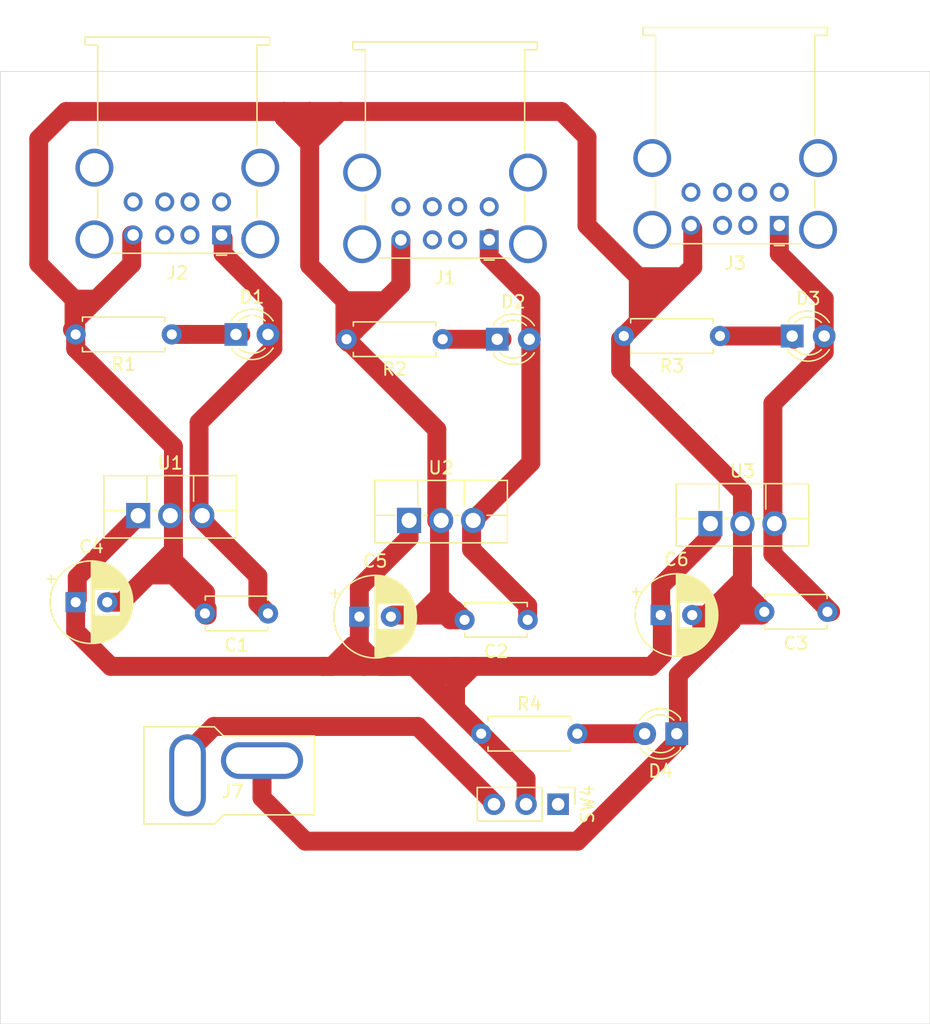
<source format=kicad_pcb>
(kicad_pcb (version 20171130) (host pcbnew "(5.1.0)-1")

  (general
    (thickness 1.6)
    (drawings 4)
    (tracks 178)
    (zones 0)
    (modules 22)
    (nets 21)
  )

  (page A4)
  (layers
    (0 F.Cu signal)
    (31 B.Cu signal)
    (32 B.Adhes user)
    (33 F.Adhes user)
    (34 B.Paste user)
    (35 F.Paste user)
    (36 B.SilkS user)
    (37 F.SilkS user)
    (38 B.Mask user)
    (39 F.Mask user)
    (40 Dwgs.User user)
    (41 Cmts.User user)
    (42 Eco1.User user)
    (43 Eco2.User user)
    (44 Edge.Cuts user)
    (45 Margin user)
    (46 B.CrtYd user)
    (47 F.CrtYd user)
    (48 B.Fab user)
    (49 F.Fab user)
  )

  (setup
    (last_trace_width 1.5)
    (trace_clearance 0.5)
    (zone_clearance 0.508)
    (zone_45_only no)
    (trace_min 0.2)
    (via_size 3)
    (via_drill 0.4)
    (via_min_size 0.4)
    (via_min_drill 0.3)
    (uvia_size 0.3)
    (uvia_drill 0.1)
    (uvias_allowed no)
    (uvia_min_size 0.2)
    (uvia_min_drill 0.1)
    (edge_width 0.05)
    (segment_width 0.2)
    (pcb_text_width 0.3)
    (pcb_text_size 1.5 1.5)
    (mod_edge_width 0.12)
    (mod_text_size 1 1)
    (mod_text_width 0.15)
    (pad_size 1.524 1.524)
    (pad_drill 0.762)
    (pad_to_mask_clearance 0.051)
    (solder_mask_min_width 0.25)
    (aux_axis_origin 0 0)
    (visible_elements 7FFFFFFF)
    (pcbplotparams
      (layerselection 0x010fc_ffffffff)
      (usegerberextensions false)
      (usegerberattributes false)
      (usegerberadvancedattributes false)
      (creategerberjobfile false)
      (excludeedgelayer true)
      (linewidth 0.100000)
      (plotframeref false)
      (viasonmask false)
      (mode 1)
      (useauxorigin false)
      (hpglpennumber 1)
      (hpglpenspeed 20)
      (hpglpendiameter 15.000000)
      (psnegative false)
      (psa4output false)
      (plotreference true)
      (plotvalue true)
      (plotinvisibletext false)
      (padsonsilk false)
      (subtractmaskfromsilk false)
      (outputformat 1)
      (mirror false)
      (drillshape 1)
      (scaleselection 1)
      (outputdirectory ""))
  )

  (net 0 "")
  (net 1 GND)
  (net 2 5v_1)
  (net 3 5v_2)
  (net 4 5v_3)
  (net 5 "Net-(J2-Pad2)")
  (net 6 "Net-(J2-Pad3)")
  (net 7 "Net-(J2-Pad5)")
  (net 8 vin)
  (net 9 "Net-(D4-Pad2)")
  (net 10 "Net-(J1-Pad2)")
  (net 11 "Net-(J1-Pad3)")
  (net 12 "Net-(J1-Pad5)")
  (net 13 "Net-(J3-Pad5)")
  (net 14 "Net-(J3-Pad3)")
  (net 15 "Net-(J3-Pad2)")
  (net 16 "Net-(J7-Pad1)")
  (net 17 "Net-(SW4-Pad1)")
  (net 18 "Net-(D1-Pad1)")
  (net 19 "Net-(D2-Pad1)")
  (net 20 "Net-(D3-Pad1)")

  (net_class Default "これはデフォルトのネット クラスです。"
    (clearance 0.5)
    (trace_width 1.5)
    (via_dia 3)
    (via_drill 0.4)
    (uvia_dia 0.3)
    (uvia_drill 0.1)
    (add_net GND)
    (add_net "Net-(D1-Pad1)")
    (add_net "Net-(D2-Pad1)")
    (add_net "Net-(D3-Pad1)")
    (add_net "Net-(D4-Pad2)")
    (add_net "Net-(J1-Pad2)")
    (add_net "Net-(J1-Pad3)")
    (add_net "Net-(J1-Pad5)")
    (add_net "Net-(J2-Pad2)")
    (add_net "Net-(J2-Pad3)")
    (add_net "Net-(J2-Pad5)")
    (add_net "Net-(J3-Pad2)")
    (add_net "Net-(J3-Pad3)")
    (add_net "Net-(J3-Pad5)")
    (add_net "Net-(J7-Pad1)")
    (add_net "Net-(SW4-Pad1)")
    (add_net vin)
  )

  (net_class out ""
    (clearance 0.5)
    (trace_width 1.5)
    (via_dia 3)
    (via_drill 0.4)
    (uvia_dia 0.3)
    (uvia_drill 0.1)
    (add_net 5v_1)
    (add_net 5v_2)
    (add_net 5v_3)
  )

  (module LED_THT:LED_D3.0mm (layer F.Cu) (tedit 587A3A7B) (tstamp 63563DEB)
    (at 119.634 80.899)
    (descr "LED, diameter 3.0mm, 2 pins")
    (tags "LED diameter 3.0mm 2 pins")
    (path /635746B6)
    (fp_text reference D1 (at 1.27 -2.96) (layer F.SilkS)
      (effects (font (size 1 1) (thickness 0.15)))
    )
    (fp_text value LED (at 1.27 2.96) (layer F.Fab)
      (effects (font (size 1 1) (thickness 0.15)))
    )
    (fp_line (start 3.7 -2.25) (end -1.15 -2.25) (layer F.CrtYd) (width 0.05))
    (fp_line (start 3.7 2.25) (end 3.7 -2.25) (layer F.CrtYd) (width 0.05))
    (fp_line (start -1.15 2.25) (end 3.7 2.25) (layer F.CrtYd) (width 0.05))
    (fp_line (start -1.15 -2.25) (end -1.15 2.25) (layer F.CrtYd) (width 0.05))
    (fp_line (start -0.29 1.08) (end -0.29 1.236) (layer F.SilkS) (width 0.12))
    (fp_line (start -0.29 -1.236) (end -0.29 -1.08) (layer F.SilkS) (width 0.12))
    (fp_line (start -0.23 -1.16619) (end -0.23 1.16619) (layer F.Fab) (width 0.1))
    (fp_circle (center 1.27 0) (end 2.77 0) (layer F.Fab) (width 0.1))
    (fp_arc (start 1.27 0) (end 0.229039 1.08) (angle -87.9) (layer F.SilkS) (width 0.12))
    (fp_arc (start 1.27 0) (end 0.229039 -1.08) (angle 87.9) (layer F.SilkS) (width 0.12))
    (fp_arc (start 1.27 0) (end -0.29 1.235516) (angle -108.8) (layer F.SilkS) (width 0.12))
    (fp_arc (start 1.27 0) (end -0.29 -1.235516) (angle 108.8) (layer F.SilkS) (width 0.12))
    (fp_arc (start 1.27 0) (end -0.23 -1.16619) (angle 284.3) (layer F.Fab) (width 0.1))
    (pad 2 thru_hole circle (at 2.54 0) (size 1.8 1.8) (drill 0.9) (layers *.Cu *.Mask)
      (net 2 5v_1))
    (pad 1 thru_hole rect (at 0 0) (size 1.8 1.8) (drill 0.9) (layers *.Cu *.Mask)
      (net 18 "Net-(D1-Pad1)"))
    (model ${KISYS3DMOD}/LED_THT.3dshapes/LED_D3.0mm.wrl
      (at (xyz 0 0 0))
      (scale (xyz 1 1 1))
      (rotate (xyz 0 0 0))
    )
  )

  (module Capacitor_THT:C_Disc_D4.7mm_W2.5mm_P5.00mm (layer F.Cu) (tedit 5AE50EF0) (tstamp 63563BF2)
    (at 122.174 102.997 180)
    (descr "C, Disc series, Radial, pin pitch=5.00mm, , diameter*width=4.7*2.5mm^2, Capacitor, http://www.vishay.com/docs/45233/krseries.pdf")
    (tags "C Disc series Radial pin pitch 5.00mm  diameter 4.7mm width 2.5mm Capacitor")
    (path /63565254)
    (fp_text reference C1 (at 2.5 -2.5 180) (layer F.SilkS)
      (effects (font (size 1 1) (thickness 0.15)))
    )
    (fp_text value C (at 2.5 2.5 180) (layer F.Fab)
      (effects (font (size 1 1) (thickness 0.15)))
    )
    (fp_line (start 0.15 -1.25) (end 0.15 1.25) (layer F.Fab) (width 0.1))
    (fp_line (start 0.15 1.25) (end 4.85 1.25) (layer F.Fab) (width 0.1))
    (fp_line (start 4.85 1.25) (end 4.85 -1.25) (layer F.Fab) (width 0.1))
    (fp_line (start 4.85 -1.25) (end 0.15 -1.25) (layer F.Fab) (width 0.1))
    (fp_line (start 0.03 -1.37) (end 4.97 -1.37) (layer F.SilkS) (width 0.12))
    (fp_line (start 0.03 1.37) (end 4.97 1.37) (layer F.SilkS) (width 0.12))
    (fp_line (start 0.03 -1.37) (end 0.03 -1.055) (layer F.SilkS) (width 0.12))
    (fp_line (start 0.03 1.055) (end 0.03 1.37) (layer F.SilkS) (width 0.12))
    (fp_line (start 4.97 -1.37) (end 4.97 -1.055) (layer F.SilkS) (width 0.12))
    (fp_line (start 4.97 1.055) (end 4.97 1.37) (layer F.SilkS) (width 0.12))
    (fp_line (start -1.05 -1.5) (end -1.05 1.5) (layer F.CrtYd) (width 0.05))
    (fp_line (start -1.05 1.5) (end 6.05 1.5) (layer F.CrtYd) (width 0.05))
    (fp_line (start 6.05 1.5) (end 6.05 -1.5) (layer F.CrtYd) (width 0.05))
    (fp_line (start 6.05 -1.5) (end -1.05 -1.5) (layer F.CrtYd) (width 0.05))
    (fp_text user %R (at 2.5 0 180) (layer F.Fab)
      (effects (font (size 0.94 0.94) (thickness 0.141)))
    )
    (pad 1 thru_hole circle (at 0 0 180) (size 1.6 1.6) (drill 0.8) (layers *.Cu *.Mask)
      (net 2 5v_1))
    (pad 2 thru_hole circle (at 5 0 180) (size 1.6 1.6) (drill 0.8) (layers *.Cu *.Mask)
      (net 1 GND))
    (model ${KISYS3DMOD}/Capacitor_THT.3dshapes/C_Disc_D4.7mm_W2.5mm_P5.00mm.wrl
      (at (xyz 0 0 0))
      (scale (xyz 1 1 1))
      (rotate (xyz 0 0 0))
    )
  )

  (module Capacitor_THT:C_Disc_D4.7mm_W2.5mm_P5.00mm (layer F.Cu) (tedit 5AE50EF0) (tstamp 63563C07)
    (at 142.748 103.505 180)
    (descr "C, Disc series, Radial, pin pitch=5.00mm, , diameter*width=4.7*2.5mm^2, Capacitor, http://www.vishay.com/docs/45233/krseries.pdf")
    (tags "C Disc series Radial pin pitch 5.00mm  diameter 4.7mm width 2.5mm Capacitor")
    (path /6358D71B)
    (fp_text reference C2 (at 2.5 -2.5 180) (layer F.SilkS)
      (effects (font (size 1 1) (thickness 0.15)))
    )
    (fp_text value C (at 2.5 2.5 180) (layer F.Fab)
      (effects (font (size 1 1) (thickness 0.15)))
    )
    (fp_line (start 0.15 -1.25) (end 0.15 1.25) (layer F.Fab) (width 0.1))
    (fp_line (start 0.15 1.25) (end 4.85 1.25) (layer F.Fab) (width 0.1))
    (fp_line (start 4.85 1.25) (end 4.85 -1.25) (layer F.Fab) (width 0.1))
    (fp_line (start 4.85 -1.25) (end 0.15 -1.25) (layer F.Fab) (width 0.1))
    (fp_line (start 0.03 -1.37) (end 4.97 -1.37) (layer F.SilkS) (width 0.12))
    (fp_line (start 0.03 1.37) (end 4.97 1.37) (layer F.SilkS) (width 0.12))
    (fp_line (start 0.03 -1.37) (end 0.03 -1.055) (layer F.SilkS) (width 0.12))
    (fp_line (start 0.03 1.055) (end 0.03 1.37) (layer F.SilkS) (width 0.12))
    (fp_line (start 4.97 -1.37) (end 4.97 -1.055) (layer F.SilkS) (width 0.12))
    (fp_line (start 4.97 1.055) (end 4.97 1.37) (layer F.SilkS) (width 0.12))
    (fp_line (start -1.05 -1.5) (end -1.05 1.5) (layer F.CrtYd) (width 0.05))
    (fp_line (start -1.05 1.5) (end 6.05 1.5) (layer F.CrtYd) (width 0.05))
    (fp_line (start 6.05 1.5) (end 6.05 -1.5) (layer F.CrtYd) (width 0.05))
    (fp_line (start 6.05 -1.5) (end -1.05 -1.5) (layer F.CrtYd) (width 0.05))
    (fp_text user %R (at 2.5 0 180) (layer F.Fab)
      (effects (font (size 0.94 0.94) (thickness 0.141)))
    )
    (pad 1 thru_hole circle (at 0 0 180) (size 1.6 1.6) (drill 0.8) (layers *.Cu *.Mask)
      (net 3 5v_2))
    (pad 2 thru_hole circle (at 5 0 180) (size 1.6 1.6) (drill 0.8) (layers *.Cu *.Mask)
      (net 1 GND))
    (model ${KISYS3DMOD}/Capacitor_THT.3dshapes/C_Disc_D4.7mm_W2.5mm_P5.00mm.wrl
      (at (xyz 0 0 0))
      (scale (xyz 1 1 1))
      (rotate (xyz 0 0 0))
    )
  )

  (module Capacitor_THT:C_Disc_D4.7mm_W2.5mm_P5.00mm (layer F.Cu) (tedit 5AE50EF0) (tstamp 63563C1C)
    (at 166.497 102.87 180)
    (descr "C, Disc series, Radial, pin pitch=5.00mm, , diameter*width=4.7*2.5mm^2, Capacitor, http://www.vishay.com/docs/45233/krseries.pdf")
    (tags "C Disc series Radial pin pitch 5.00mm  diameter 4.7mm width 2.5mm Capacitor")
    (path /63590151)
    (fp_text reference C3 (at 2.5 -2.5 180) (layer F.SilkS)
      (effects (font (size 1 1) (thickness 0.15)))
    )
    (fp_text value C (at 2.5 2.5 180) (layer F.Fab)
      (effects (font (size 1 1) (thickness 0.15)))
    )
    (fp_text user %R (at 2.5 0 180) (layer F.Fab)
      (effects (font (size 0.94 0.94) (thickness 0.141)))
    )
    (fp_line (start 6.05 -1.5) (end -1.05 -1.5) (layer F.CrtYd) (width 0.05))
    (fp_line (start 6.05 1.5) (end 6.05 -1.5) (layer F.CrtYd) (width 0.05))
    (fp_line (start -1.05 1.5) (end 6.05 1.5) (layer F.CrtYd) (width 0.05))
    (fp_line (start -1.05 -1.5) (end -1.05 1.5) (layer F.CrtYd) (width 0.05))
    (fp_line (start 4.97 1.055) (end 4.97 1.37) (layer F.SilkS) (width 0.12))
    (fp_line (start 4.97 -1.37) (end 4.97 -1.055) (layer F.SilkS) (width 0.12))
    (fp_line (start 0.03 1.055) (end 0.03 1.37) (layer F.SilkS) (width 0.12))
    (fp_line (start 0.03 -1.37) (end 0.03 -1.055) (layer F.SilkS) (width 0.12))
    (fp_line (start 0.03 1.37) (end 4.97 1.37) (layer F.SilkS) (width 0.12))
    (fp_line (start 0.03 -1.37) (end 4.97 -1.37) (layer F.SilkS) (width 0.12))
    (fp_line (start 4.85 -1.25) (end 0.15 -1.25) (layer F.Fab) (width 0.1))
    (fp_line (start 4.85 1.25) (end 4.85 -1.25) (layer F.Fab) (width 0.1))
    (fp_line (start 0.15 1.25) (end 4.85 1.25) (layer F.Fab) (width 0.1))
    (fp_line (start 0.15 -1.25) (end 0.15 1.25) (layer F.Fab) (width 0.1))
    (pad 2 thru_hole circle (at 5 0 180) (size 1.6 1.6) (drill 0.8) (layers *.Cu *.Mask)
      (net 1 GND))
    (pad 1 thru_hole circle (at 0 0 180) (size 1.6 1.6) (drill 0.8) (layers *.Cu *.Mask)
      (net 4 5v_3))
    (model ${KISYS3DMOD}/Capacitor_THT.3dshapes/C_Disc_D4.7mm_W2.5mm_P5.00mm.wrl
      (at (xyz 0 0 0))
      (scale (xyz 1 1 1))
      (rotate (xyz 0 0 0))
    )
  )

  (module Capacitor_THT:CP_Radial_D6.3mm_P2.50mm (layer F.Cu) (tedit 5AE50EF0) (tstamp 63563CB0)
    (at 106.934 102.108)
    (descr "CP, Radial series, Radial, pin pitch=2.50mm, , diameter=6.3mm, Electrolytic Capacitor")
    (tags "CP Radial series Radial pin pitch 2.50mm  diameter 6.3mm Electrolytic Capacitor")
    (path /6356DFA7)
    (fp_text reference C4 (at 1.25 -4.4) (layer F.SilkS)
      (effects (font (size 1 1) (thickness 0.15)))
    )
    (fp_text value CP (at 1.25 4.4) (layer F.Fab)
      (effects (font (size 1 1) (thickness 0.15)))
    )
    (fp_circle (center 1.25 0) (end 4.4 0) (layer F.Fab) (width 0.1))
    (fp_circle (center 1.25 0) (end 4.52 0) (layer F.SilkS) (width 0.12))
    (fp_circle (center 1.25 0) (end 4.65 0) (layer F.CrtYd) (width 0.05))
    (fp_line (start -1.443972 -1.3735) (end -0.813972 -1.3735) (layer F.Fab) (width 0.1))
    (fp_line (start -1.128972 -1.6885) (end -1.128972 -1.0585) (layer F.Fab) (width 0.1))
    (fp_line (start 1.25 -3.23) (end 1.25 3.23) (layer F.SilkS) (width 0.12))
    (fp_line (start 1.29 -3.23) (end 1.29 3.23) (layer F.SilkS) (width 0.12))
    (fp_line (start 1.33 -3.23) (end 1.33 3.23) (layer F.SilkS) (width 0.12))
    (fp_line (start 1.37 -3.228) (end 1.37 3.228) (layer F.SilkS) (width 0.12))
    (fp_line (start 1.41 -3.227) (end 1.41 3.227) (layer F.SilkS) (width 0.12))
    (fp_line (start 1.45 -3.224) (end 1.45 3.224) (layer F.SilkS) (width 0.12))
    (fp_line (start 1.49 -3.222) (end 1.49 -1.04) (layer F.SilkS) (width 0.12))
    (fp_line (start 1.49 1.04) (end 1.49 3.222) (layer F.SilkS) (width 0.12))
    (fp_line (start 1.53 -3.218) (end 1.53 -1.04) (layer F.SilkS) (width 0.12))
    (fp_line (start 1.53 1.04) (end 1.53 3.218) (layer F.SilkS) (width 0.12))
    (fp_line (start 1.57 -3.215) (end 1.57 -1.04) (layer F.SilkS) (width 0.12))
    (fp_line (start 1.57 1.04) (end 1.57 3.215) (layer F.SilkS) (width 0.12))
    (fp_line (start 1.61 -3.211) (end 1.61 -1.04) (layer F.SilkS) (width 0.12))
    (fp_line (start 1.61 1.04) (end 1.61 3.211) (layer F.SilkS) (width 0.12))
    (fp_line (start 1.65 -3.206) (end 1.65 -1.04) (layer F.SilkS) (width 0.12))
    (fp_line (start 1.65 1.04) (end 1.65 3.206) (layer F.SilkS) (width 0.12))
    (fp_line (start 1.69 -3.201) (end 1.69 -1.04) (layer F.SilkS) (width 0.12))
    (fp_line (start 1.69 1.04) (end 1.69 3.201) (layer F.SilkS) (width 0.12))
    (fp_line (start 1.73 -3.195) (end 1.73 -1.04) (layer F.SilkS) (width 0.12))
    (fp_line (start 1.73 1.04) (end 1.73 3.195) (layer F.SilkS) (width 0.12))
    (fp_line (start 1.77 -3.189) (end 1.77 -1.04) (layer F.SilkS) (width 0.12))
    (fp_line (start 1.77 1.04) (end 1.77 3.189) (layer F.SilkS) (width 0.12))
    (fp_line (start 1.81 -3.182) (end 1.81 -1.04) (layer F.SilkS) (width 0.12))
    (fp_line (start 1.81 1.04) (end 1.81 3.182) (layer F.SilkS) (width 0.12))
    (fp_line (start 1.85 -3.175) (end 1.85 -1.04) (layer F.SilkS) (width 0.12))
    (fp_line (start 1.85 1.04) (end 1.85 3.175) (layer F.SilkS) (width 0.12))
    (fp_line (start 1.89 -3.167) (end 1.89 -1.04) (layer F.SilkS) (width 0.12))
    (fp_line (start 1.89 1.04) (end 1.89 3.167) (layer F.SilkS) (width 0.12))
    (fp_line (start 1.93 -3.159) (end 1.93 -1.04) (layer F.SilkS) (width 0.12))
    (fp_line (start 1.93 1.04) (end 1.93 3.159) (layer F.SilkS) (width 0.12))
    (fp_line (start 1.971 -3.15) (end 1.971 -1.04) (layer F.SilkS) (width 0.12))
    (fp_line (start 1.971 1.04) (end 1.971 3.15) (layer F.SilkS) (width 0.12))
    (fp_line (start 2.011 -3.141) (end 2.011 -1.04) (layer F.SilkS) (width 0.12))
    (fp_line (start 2.011 1.04) (end 2.011 3.141) (layer F.SilkS) (width 0.12))
    (fp_line (start 2.051 -3.131) (end 2.051 -1.04) (layer F.SilkS) (width 0.12))
    (fp_line (start 2.051 1.04) (end 2.051 3.131) (layer F.SilkS) (width 0.12))
    (fp_line (start 2.091 -3.121) (end 2.091 -1.04) (layer F.SilkS) (width 0.12))
    (fp_line (start 2.091 1.04) (end 2.091 3.121) (layer F.SilkS) (width 0.12))
    (fp_line (start 2.131 -3.11) (end 2.131 -1.04) (layer F.SilkS) (width 0.12))
    (fp_line (start 2.131 1.04) (end 2.131 3.11) (layer F.SilkS) (width 0.12))
    (fp_line (start 2.171 -3.098) (end 2.171 -1.04) (layer F.SilkS) (width 0.12))
    (fp_line (start 2.171 1.04) (end 2.171 3.098) (layer F.SilkS) (width 0.12))
    (fp_line (start 2.211 -3.086) (end 2.211 -1.04) (layer F.SilkS) (width 0.12))
    (fp_line (start 2.211 1.04) (end 2.211 3.086) (layer F.SilkS) (width 0.12))
    (fp_line (start 2.251 -3.074) (end 2.251 -1.04) (layer F.SilkS) (width 0.12))
    (fp_line (start 2.251 1.04) (end 2.251 3.074) (layer F.SilkS) (width 0.12))
    (fp_line (start 2.291 -3.061) (end 2.291 -1.04) (layer F.SilkS) (width 0.12))
    (fp_line (start 2.291 1.04) (end 2.291 3.061) (layer F.SilkS) (width 0.12))
    (fp_line (start 2.331 -3.047) (end 2.331 -1.04) (layer F.SilkS) (width 0.12))
    (fp_line (start 2.331 1.04) (end 2.331 3.047) (layer F.SilkS) (width 0.12))
    (fp_line (start 2.371 -3.033) (end 2.371 -1.04) (layer F.SilkS) (width 0.12))
    (fp_line (start 2.371 1.04) (end 2.371 3.033) (layer F.SilkS) (width 0.12))
    (fp_line (start 2.411 -3.018) (end 2.411 -1.04) (layer F.SilkS) (width 0.12))
    (fp_line (start 2.411 1.04) (end 2.411 3.018) (layer F.SilkS) (width 0.12))
    (fp_line (start 2.451 -3.002) (end 2.451 -1.04) (layer F.SilkS) (width 0.12))
    (fp_line (start 2.451 1.04) (end 2.451 3.002) (layer F.SilkS) (width 0.12))
    (fp_line (start 2.491 -2.986) (end 2.491 -1.04) (layer F.SilkS) (width 0.12))
    (fp_line (start 2.491 1.04) (end 2.491 2.986) (layer F.SilkS) (width 0.12))
    (fp_line (start 2.531 -2.97) (end 2.531 -1.04) (layer F.SilkS) (width 0.12))
    (fp_line (start 2.531 1.04) (end 2.531 2.97) (layer F.SilkS) (width 0.12))
    (fp_line (start 2.571 -2.952) (end 2.571 -1.04) (layer F.SilkS) (width 0.12))
    (fp_line (start 2.571 1.04) (end 2.571 2.952) (layer F.SilkS) (width 0.12))
    (fp_line (start 2.611 -2.934) (end 2.611 -1.04) (layer F.SilkS) (width 0.12))
    (fp_line (start 2.611 1.04) (end 2.611 2.934) (layer F.SilkS) (width 0.12))
    (fp_line (start 2.651 -2.916) (end 2.651 -1.04) (layer F.SilkS) (width 0.12))
    (fp_line (start 2.651 1.04) (end 2.651 2.916) (layer F.SilkS) (width 0.12))
    (fp_line (start 2.691 -2.896) (end 2.691 -1.04) (layer F.SilkS) (width 0.12))
    (fp_line (start 2.691 1.04) (end 2.691 2.896) (layer F.SilkS) (width 0.12))
    (fp_line (start 2.731 -2.876) (end 2.731 -1.04) (layer F.SilkS) (width 0.12))
    (fp_line (start 2.731 1.04) (end 2.731 2.876) (layer F.SilkS) (width 0.12))
    (fp_line (start 2.771 -2.856) (end 2.771 -1.04) (layer F.SilkS) (width 0.12))
    (fp_line (start 2.771 1.04) (end 2.771 2.856) (layer F.SilkS) (width 0.12))
    (fp_line (start 2.811 -2.834) (end 2.811 -1.04) (layer F.SilkS) (width 0.12))
    (fp_line (start 2.811 1.04) (end 2.811 2.834) (layer F.SilkS) (width 0.12))
    (fp_line (start 2.851 -2.812) (end 2.851 -1.04) (layer F.SilkS) (width 0.12))
    (fp_line (start 2.851 1.04) (end 2.851 2.812) (layer F.SilkS) (width 0.12))
    (fp_line (start 2.891 -2.79) (end 2.891 -1.04) (layer F.SilkS) (width 0.12))
    (fp_line (start 2.891 1.04) (end 2.891 2.79) (layer F.SilkS) (width 0.12))
    (fp_line (start 2.931 -2.766) (end 2.931 -1.04) (layer F.SilkS) (width 0.12))
    (fp_line (start 2.931 1.04) (end 2.931 2.766) (layer F.SilkS) (width 0.12))
    (fp_line (start 2.971 -2.742) (end 2.971 -1.04) (layer F.SilkS) (width 0.12))
    (fp_line (start 2.971 1.04) (end 2.971 2.742) (layer F.SilkS) (width 0.12))
    (fp_line (start 3.011 -2.716) (end 3.011 -1.04) (layer F.SilkS) (width 0.12))
    (fp_line (start 3.011 1.04) (end 3.011 2.716) (layer F.SilkS) (width 0.12))
    (fp_line (start 3.051 -2.69) (end 3.051 -1.04) (layer F.SilkS) (width 0.12))
    (fp_line (start 3.051 1.04) (end 3.051 2.69) (layer F.SilkS) (width 0.12))
    (fp_line (start 3.091 -2.664) (end 3.091 -1.04) (layer F.SilkS) (width 0.12))
    (fp_line (start 3.091 1.04) (end 3.091 2.664) (layer F.SilkS) (width 0.12))
    (fp_line (start 3.131 -2.636) (end 3.131 -1.04) (layer F.SilkS) (width 0.12))
    (fp_line (start 3.131 1.04) (end 3.131 2.636) (layer F.SilkS) (width 0.12))
    (fp_line (start 3.171 -2.607) (end 3.171 -1.04) (layer F.SilkS) (width 0.12))
    (fp_line (start 3.171 1.04) (end 3.171 2.607) (layer F.SilkS) (width 0.12))
    (fp_line (start 3.211 -2.578) (end 3.211 -1.04) (layer F.SilkS) (width 0.12))
    (fp_line (start 3.211 1.04) (end 3.211 2.578) (layer F.SilkS) (width 0.12))
    (fp_line (start 3.251 -2.548) (end 3.251 -1.04) (layer F.SilkS) (width 0.12))
    (fp_line (start 3.251 1.04) (end 3.251 2.548) (layer F.SilkS) (width 0.12))
    (fp_line (start 3.291 -2.516) (end 3.291 -1.04) (layer F.SilkS) (width 0.12))
    (fp_line (start 3.291 1.04) (end 3.291 2.516) (layer F.SilkS) (width 0.12))
    (fp_line (start 3.331 -2.484) (end 3.331 -1.04) (layer F.SilkS) (width 0.12))
    (fp_line (start 3.331 1.04) (end 3.331 2.484) (layer F.SilkS) (width 0.12))
    (fp_line (start 3.371 -2.45) (end 3.371 -1.04) (layer F.SilkS) (width 0.12))
    (fp_line (start 3.371 1.04) (end 3.371 2.45) (layer F.SilkS) (width 0.12))
    (fp_line (start 3.411 -2.416) (end 3.411 -1.04) (layer F.SilkS) (width 0.12))
    (fp_line (start 3.411 1.04) (end 3.411 2.416) (layer F.SilkS) (width 0.12))
    (fp_line (start 3.451 -2.38) (end 3.451 -1.04) (layer F.SilkS) (width 0.12))
    (fp_line (start 3.451 1.04) (end 3.451 2.38) (layer F.SilkS) (width 0.12))
    (fp_line (start 3.491 -2.343) (end 3.491 -1.04) (layer F.SilkS) (width 0.12))
    (fp_line (start 3.491 1.04) (end 3.491 2.343) (layer F.SilkS) (width 0.12))
    (fp_line (start 3.531 -2.305) (end 3.531 -1.04) (layer F.SilkS) (width 0.12))
    (fp_line (start 3.531 1.04) (end 3.531 2.305) (layer F.SilkS) (width 0.12))
    (fp_line (start 3.571 -2.265) (end 3.571 2.265) (layer F.SilkS) (width 0.12))
    (fp_line (start 3.611 -2.224) (end 3.611 2.224) (layer F.SilkS) (width 0.12))
    (fp_line (start 3.651 -2.182) (end 3.651 2.182) (layer F.SilkS) (width 0.12))
    (fp_line (start 3.691 -2.137) (end 3.691 2.137) (layer F.SilkS) (width 0.12))
    (fp_line (start 3.731 -2.092) (end 3.731 2.092) (layer F.SilkS) (width 0.12))
    (fp_line (start 3.771 -2.044) (end 3.771 2.044) (layer F.SilkS) (width 0.12))
    (fp_line (start 3.811 -1.995) (end 3.811 1.995) (layer F.SilkS) (width 0.12))
    (fp_line (start 3.851 -1.944) (end 3.851 1.944) (layer F.SilkS) (width 0.12))
    (fp_line (start 3.891 -1.89) (end 3.891 1.89) (layer F.SilkS) (width 0.12))
    (fp_line (start 3.931 -1.834) (end 3.931 1.834) (layer F.SilkS) (width 0.12))
    (fp_line (start 3.971 -1.776) (end 3.971 1.776) (layer F.SilkS) (width 0.12))
    (fp_line (start 4.011 -1.714) (end 4.011 1.714) (layer F.SilkS) (width 0.12))
    (fp_line (start 4.051 -1.65) (end 4.051 1.65) (layer F.SilkS) (width 0.12))
    (fp_line (start 4.091 -1.581) (end 4.091 1.581) (layer F.SilkS) (width 0.12))
    (fp_line (start 4.131 -1.509) (end 4.131 1.509) (layer F.SilkS) (width 0.12))
    (fp_line (start 4.171 -1.432) (end 4.171 1.432) (layer F.SilkS) (width 0.12))
    (fp_line (start 4.211 -1.35) (end 4.211 1.35) (layer F.SilkS) (width 0.12))
    (fp_line (start 4.251 -1.262) (end 4.251 1.262) (layer F.SilkS) (width 0.12))
    (fp_line (start 4.291 -1.165) (end 4.291 1.165) (layer F.SilkS) (width 0.12))
    (fp_line (start 4.331 -1.059) (end 4.331 1.059) (layer F.SilkS) (width 0.12))
    (fp_line (start 4.371 -0.94) (end 4.371 0.94) (layer F.SilkS) (width 0.12))
    (fp_line (start 4.411 -0.802) (end 4.411 0.802) (layer F.SilkS) (width 0.12))
    (fp_line (start 4.451 -0.633) (end 4.451 0.633) (layer F.SilkS) (width 0.12))
    (fp_line (start 4.491 -0.402) (end 4.491 0.402) (layer F.SilkS) (width 0.12))
    (fp_line (start -2.250241 -1.839) (end -1.620241 -1.839) (layer F.SilkS) (width 0.12))
    (fp_line (start -1.935241 -2.154) (end -1.935241 -1.524) (layer F.SilkS) (width 0.12))
    (fp_text user %R (at 1.25 0) (layer F.Fab)
      (effects (font (size 1 1) (thickness 0.15)))
    )
    (pad 1 thru_hole rect (at 0 0) (size 1.6 1.6) (drill 0.8) (layers *.Cu *.Mask)
      (net 8 vin))
    (pad 2 thru_hole circle (at 2.5 0) (size 1.6 1.6) (drill 0.8) (layers *.Cu *.Mask)
      (net 1 GND))
    (model ${KISYS3DMOD}/Capacitor_THT.3dshapes/CP_Radial_D6.3mm_P2.50mm.wrl
      (at (xyz 0 0 0))
      (scale (xyz 1 1 1))
      (rotate (xyz 0 0 0))
    )
  )

  (module Capacitor_THT:CP_Radial_D6.3mm_P2.50mm (layer F.Cu) (tedit 5AE50EF0) (tstamp 63563D44)
    (at 129.413 103.251)
    (descr "CP, Radial series, Radial, pin pitch=2.50mm, , diameter=6.3mm, Electrolytic Capacitor")
    (tags "CP Radial series Radial pin pitch 2.50mm  diameter 6.3mm Electrolytic Capacitor")
    (path /6358D72A)
    (fp_text reference C5 (at 1.25 -4.4) (layer F.SilkS)
      (effects (font (size 1 1) (thickness 0.15)))
    )
    (fp_text value CP (at 1.25 4.4) (layer F.Fab)
      (effects (font (size 1 1) (thickness 0.15)))
    )
    (fp_circle (center 1.25 0) (end 4.4 0) (layer F.Fab) (width 0.1))
    (fp_circle (center 1.25 0) (end 4.52 0) (layer F.SilkS) (width 0.12))
    (fp_circle (center 1.25 0) (end 4.65 0) (layer F.CrtYd) (width 0.05))
    (fp_line (start -1.443972 -1.3735) (end -0.813972 -1.3735) (layer F.Fab) (width 0.1))
    (fp_line (start -1.128972 -1.6885) (end -1.128972 -1.0585) (layer F.Fab) (width 0.1))
    (fp_line (start 1.25 -3.23) (end 1.25 3.23) (layer F.SilkS) (width 0.12))
    (fp_line (start 1.29 -3.23) (end 1.29 3.23) (layer F.SilkS) (width 0.12))
    (fp_line (start 1.33 -3.23) (end 1.33 3.23) (layer F.SilkS) (width 0.12))
    (fp_line (start 1.37 -3.228) (end 1.37 3.228) (layer F.SilkS) (width 0.12))
    (fp_line (start 1.41 -3.227) (end 1.41 3.227) (layer F.SilkS) (width 0.12))
    (fp_line (start 1.45 -3.224) (end 1.45 3.224) (layer F.SilkS) (width 0.12))
    (fp_line (start 1.49 -3.222) (end 1.49 -1.04) (layer F.SilkS) (width 0.12))
    (fp_line (start 1.49 1.04) (end 1.49 3.222) (layer F.SilkS) (width 0.12))
    (fp_line (start 1.53 -3.218) (end 1.53 -1.04) (layer F.SilkS) (width 0.12))
    (fp_line (start 1.53 1.04) (end 1.53 3.218) (layer F.SilkS) (width 0.12))
    (fp_line (start 1.57 -3.215) (end 1.57 -1.04) (layer F.SilkS) (width 0.12))
    (fp_line (start 1.57 1.04) (end 1.57 3.215) (layer F.SilkS) (width 0.12))
    (fp_line (start 1.61 -3.211) (end 1.61 -1.04) (layer F.SilkS) (width 0.12))
    (fp_line (start 1.61 1.04) (end 1.61 3.211) (layer F.SilkS) (width 0.12))
    (fp_line (start 1.65 -3.206) (end 1.65 -1.04) (layer F.SilkS) (width 0.12))
    (fp_line (start 1.65 1.04) (end 1.65 3.206) (layer F.SilkS) (width 0.12))
    (fp_line (start 1.69 -3.201) (end 1.69 -1.04) (layer F.SilkS) (width 0.12))
    (fp_line (start 1.69 1.04) (end 1.69 3.201) (layer F.SilkS) (width 0.12))
    (fp_line (start 1.73 -3.195) (end 1.73 -1.04) (layer F.SilkS) (width 0.12))
    (fp_line (start 1.73 1.04) (end 1.73 3.195) (layer F.SilkS) (width 0.12))
    (fp_line (start 1.77 -3.189) (end 1.77 -1.04) (layer F.SilkS) (width 0.12))
    (fp_line (start 1.77 1.04) (end 1.77 3.189) (layer F.SilkS) (width 0.12))
    (fp_line (start 1.81 -3.182) (end 1.81 -1.04) (layer F.SilkS) (width 0.12))
    (fp_line (start 1.81 1.04) (end 1.81 3.182) (layer F.SilkS) (width 0.12))
    (fp_line (start 1.85 -3.175) (end 1.85 -1.04) (layer F.SilkS) (width 0.12))
    (fp_line (start 1.85 1.04) (end 1.85 3.175) (layer F.SilkS) (width 0.12))
    (fp_line (start 1.89 -3.167) (end 1.89 -1.04) (layer F.SilkS) (width 0.12))
    (fp_line (start 1.89 1.04) (end 1.89 3.167) (layer F.SilkS) (width 0.12))
    (fp_line (start 1.93 -3.159) (end 1.93 -1.04) (layer F.SilkS) (width 0.12))
    (fp_line (start 1.93 1.04) (end 1.93 3.159) (layer F.SilkS) (width 0.12))
    (fp_line (start 1.971 -3.15) (end 1.971 -1.04) (layer F.SilkS) (width 0.12))
    (fp_line (start 1.971 1.04) (end 1.971 3.15) (layer F.SilkS) (width 0.12))
    (fp_line (start 2.011 -3.141) (end 2.011 -1.04) (layer F.SilkS) (width 0.12))
    (fp_line (start 2.011 1.04) (end 2.011 3.141) (layer F.SilkS) (width 0.12))
    (fp_line (start 2.051 -3.131) (end 2.051 -1.04) (layer F.SilkS) (width 0.12))
    (fp_line (start 2.051 1.04) (end 2.051 3.131) (layer F.SilkS) (width 0.12))
    (fp_line (start 2.091 -3.121) (end 2.091 -1.04) (layer F.SilkS) (width 0.12))
    (fp_line (start 2.091 1.04) (end 2.091 3.121) (layer F.SilkS) (width 0.12))
    (fp_line (start 2.131 -3.11) (end 2.131 -1.04) (layer F.SilkS) (width 0.12))
    (fp_line (start 2.131 1.04) (end 2.131 3.11) (layer F.SilkS) (width 0.12))
    (fp_line (start 2.171 -3.098) (end 2.171 -1.04) (layer F.SilkS) (width 0.12))
    (fp_line (start 2.171 1.04) (end 2.171 3.098) (layer F.SilkS) (width 0.12))
    (fp_line (start 2.211 -3.086) (end 2.211 -1.04) (layer F.SilkS) (width 0.12))
    (fp_line (start 2.211 1.04) (end 2.211 3.086) (layer F.SilkS) (width 0.12))
    (fp_line (start 2.251 -3.074) (end 2.251 -1.04) (layer F.SilkS) (width 0.12))
    (fp_line (start 2.251 1.04) (end 2.251 3.074) (layer F.SilkS) (width 0.12))
    (fp_line (start 2.291 -3.061) (end 2.291 -1.04) (layer F.SilkS) (width 0.12))
    (fp_line (start 2.291 1.04) (end 2.291 3.061) (layer F.SilkS) (width 0.12))
    (fp_line (start 2.331 -3.047) (end 2.331 -1.04) (layer F.SilkS) (width 0.12))
    (fp_line (start 2.331 1.04) (end 2.331 3.047) (layer F.SilkS) (width 0.12))
    (fp_line (start 2.371 -3.033) (end 2.371 -1.04) (layer F.SilkS) (width 0.12))
    (fp_line (start 2.371 1.04) (end 2.371 3.033) (layer F.SilkS) (width 0.12))
    (fp_line (start 2.411 -3.018) (end 2.411 -1.04) (layer F.SilkS) (width 0.12))
    (fp_line (start 2.411 1.04) (end 2.411 3.018) (layer F.SilkS) (width 0.12))
    (fp_line (start 2.451 -3.002) (end 2.451 -1.04) (layer F.SilkS) (width 0.12))
    (fp_line (start 2.451 1.04) (end 2.451 3.002) (layer F.SilkS) (width 0.12))
    (fp_line (start 2.491 -2.986) (end 2.491 -1.04) (layer F.SilkS) (width 0.12))
    (fp_line (start 2.491 1.04) (end 2.491 2.986) (layer F.SilkS) (width 0.12))
    (fp_line (start 2.531 -2.97) (end 2.531 -1.04) (layer F.SilkS) (width 0.12))
    (fp_line (start 2.531 1.04) (end 2.531 2.97) (layer F.SilkS) (width 0.12))
    (fp_line (start 2.571 -2.952) (end 2.571 -1.04) (layer F.SilkS) (width 0.12))
    (fp_line (start 2.571 1.04) (end 2.571 2.952) (layer F.SilkS) (width 0.12))
    (fp_line (start 2.611 -2.934) (end 2.611 -1.04) (layer F.SilkS) (width 0.12))
    (fp_line (start 2.611 1.04) (end 2.611 2.934) (layer F.SilkS) (width 0.12))
    (fp_line (start 2.651 -2.916) (end 2.651 -1.04) (layer F.SilkS) (width 0.12))
    (fp_line (start 2.651 1.04) (end 2.651 2.916) (layer F.SilkS) (width 0.12))
    (fp_line (start 2.691 -2.896) (end 2.691 -1.04) (layer F.SilkS) (width 0.12))
    (fp_line (start 2.691 1.04) (end 2.691 2.896) (layer F.SilkS) (width 0.12))
    (fp_line (start 2.731 -2.876) (end 2.731 -1.04) (layer F.SilkS) (width 0.12))
    (fp_line (start 2.731 1.04) (end 2.731 2.876) (layer F.SilkS) (width 0.12))
    (fp_line (start 2.771 -2.856) (end 2.771 -1.04) (layer F.SilkS) (width 0.12))
    (fp_line (start 2.771 1.04) (end 2.771 2.856) (layer F.SilkS) (width 0.12))
    (fp_line (start 2.811 -2.834) (end 2.811 -1.04) (layer F.SilkS) (width 0.12))
    (fp_line (start 2.811 1.04) (end 2.811 2.834) (layer F.SilkS) (width 0.12))
    (fp_line (start 2.851 -2.812) (end 2.851 -1.04) (layer F.SilkS) (width 0.12))
    (fp_line (start 2.851 1.04) (end 2.851 2.812) (layer F.SilkS) (width 0.12))
    (fp_line (start 2.891 -2.79) (end 2.891 -1.04) (layer F.SilkS) (width 0.12))
    (fp_line (start 2.891 1.04) (end 2.891 2.79) (layer F.SilkS) (width 0.12))
    (fp_line (start 2.931 -2.766) (end 2.931 -1.04) (layer F.SilkS) (width 0.12))
    (fp_line (start 2.931 1.04) (end 2.931 2.766) (layer F.SilkS) (width 0.12))
    (fp_line (start 2.971 -2.742) (end 2.971 -1.04) (layer F.SilkS) (width 0.12))
    (fp_line (start 2.971 1.04) (end 2.971 2.742) (layer F.SilkS) (width 0.12))
    (fp_line (start 3.011 -2.716) (end 3.011 -1.04) (layer F.SilkS) (width 0.12))
    (fp_line (start 3.011 1.04) (end 3.011 2.716) (layer F.SilkS) (width 0.12))
    (fp_line (start 3.051 -2.69) (end 3.051 -1.04) (layer F.SilkS) (width 0.12))
    (fp_line (start 3.051 1.04) (end 3.051 2.69) (layer F.SilkS) (width 0.12))
    (fp_line (start 3.091 -2.664) (end 3.091 -1.04) (layer F.SilkS) (width 0.12))
    (fp_line (start 3.091 1.04) (end 3.091 2.664) (layer F.SilkS) (width 0.12))
    (fp_line (start 3.131 -2.636) (end 3.131 -1.04) (layer F.SilkS) (width 0.12))
    (fp_line (start 3.131 1.04) (end 3.131 2.636) (layer F.SilkS) (width 0.12))
    (fp_line (start 3.171 -2.607) (end 3.171 -1.04) (layer F.SilkS) (width 0.12))
    (fp_line (start 3.171 1.04) (end 3.171 2.607) (layer F.SilkS) (width 0.12))
    (fp_line (start 3.211 -2.578) (end 3.211 -1.04) (layer F.SilkS) (width 0.12))
    (fp_line (start 3.211 1.04) (end 3.211 2.578) (layer F.SilkS) (width 0.12))
    (fp_line (start 3.251 -2.548) (end 3.251 -1.04) (layer F.SilkS) (width 0.12))
    (fp_line (start 3.251 1.04) (end 3.251 2.548) (layer F.SilkS) (width 0.12))
    (fp_line (start 3.291 -2.516) (end 3.291 -1.04) (layer F.SilkS) (width 0.12))
    (fp_line (start 3.291 1.04) (end 3.291 2.516) (layer F.SilkS) (width 0.12))
    (fp_line (start 3.331 -2.484) (end 3.331 -1.04) (layer F.SilkS) (width 0.12))
    (fp_line (start 3.331 1.04) (end 3.331 2.484) (layer F.SilkS) (width 0.12))
    (fp_line (start 3.371 -2.45) (end 3.371 -1.04) (layer F.SilkS) (width 0.12))
    (fp_line (start 3.371 1.04) (end 3.371 2.45) (layer F.SilkS) (width 0.12))
    (fp_line (start 3.411 -2.416) (end 3.411 -1.04) (layer F.SilkS) (width 0.12))
    (fp_line (start 3.411 1.04) (end 3.411 2.416) (layer F.SilkS) (width 0.12))
    (fp_line (start 3.451 -2.38) (end 3.451 -1.04) (layer F.SilkS) (width 0.12))
    (fp_line (start 3.451 1.04) (end 3.451 2.38) (layer F.SilkS) (width 0.12))
    (fp_line (start 3.491 -2.343) (end 3.491 -1.04) (layer F.SilkS) (width 0.12))
    (fp_line (start 3.491 1.04) (end 3.491 2.343) (layer F.SilkS) (width 0.12))
    (fp_line (start 3.531 -2.305) (end 3.531 -1.04) (layer F.SilkS) (width 0.12))
    (fp_line (start 3.531 1.04) (end 3.531 2.305) (layer F.SilkS) (width 0.12))
    (fp_line (start 3.571 -2.265) (end 3.571 2.265) (layer F.SilkS) (width 0.12))
    (fp_line (start 3.611 -2.224) (end 3.611 2.224) (layer F.SilkS) (width 0.12))
    (fp_line (start 3.651 -2.182) (end 3.651 2.182) (layer F.SilkS) (width 0.12))
    (fp_line (start 3.691 -2.137) (end 3.691 2.137) (layer F.SilkS) (width 0.12))
    (fp_line (start 3.731 -2.092) (end 3.731 2.092) (layer F.SilkS) (width 0.12))
    (fp_line (start 3.771 -2.044) (end 3.771 2.044) (layer F.SilkS) (width 0.12))
    (fp_line (start 3.811 -1.995) (end 3.811 1.995) (layer F.SilkS) (width 0.12))
    (fp_line (start 3.851 -1.944) (end 3.851 1.944) (layer F.SilkS) (width 0.12))
    (fp_line (start 3.891 -1.89) (end 3.891 1.89) (layer F.SilkS) (width 0.12))
    (fp_line (start 3.931 -1.834) (end 3.931 1.834) (layer F.SilkS) (width 0.12))
    (fp_line (start 3.971 -1.776) (end 3.971 1.776) (layer F.SilkS) (width 0.12))
    (fp_line (start 4.011 -1.714) (end 4.011 1.714) (layer F.SilkS) (width 0.12))
    (fp_line (start 4.051 -1.65) (end 4.051 1.65) (layer F.SilkS) (width 0.12))
    (fp_line (start 4.091 -1.581) (end 4.091 1.581) (layer F.SilkS) (width 0.12))
    (fp_line (start 4.131 -1.509) (end 4.131 1.509) (layer F.SilkS) (width 0.12))
    (fp_line (start 4.171 -1.432) (end 4.171 1.432) (layer F.SilkS) (width 0.12))
    (fp_line (start 4.211 -1.35) (end 4.211 1.35) (layer F.SilkS) (width 0.12))
    (fp_line (start 4.251 -1.262) (end 4.251 1.262) (layer F.SilkS) (width 0.12))
    (fp_line (start 4.291 -1.165) (end 4.291 1.165) (layer F.SilkS) (width 0.12))
    (fp_line (start 4.331 -1.059) (end 4.331 1.059) (layer F.SilkS) (width 0.12))
    (fp_line (start 4.371 -0.94) (end 4.371 0.94) (layer F.SilkS) (width 0.12))
    (fp_line (start 4.411 -0.802) (end 4.411 0.802) (layer F.SilkS) (width 0.12))
    (fp_line (start 4.451 -0.633) (end 4.451 0.633) (layer F.SilkS) (width 0.12))
    (fp_line (start 4.491 -0.402) (end 4.491 0.402) (layer F.SilkS) (width 0.12))
    (fp_line (start -2.250241 -1.839) (end -1.620241 -1.839) (layer F.SilkS) (width 0.12))
    (fp_line (start -1.935241 -2.154) (end -1.935241 -1.524) (layer F.SilkS) (width 0.12))
    (fp_text user %R (at 1.25 0) (layer F.Fab)
      (effects (font (size 1 1) (thickness 0.15)))
    )
    (pad 1 thru_hole rect (at 0 0) (size 1.6 1.6) (drill 0.8) (layers *.Cu *.Mask)
      (net 8 vin))
    (pad 2 thru_hole circle (at 2.5 0) (size 1.6 1.6) (drill 0.8) (layers *.Cu *.Mask)
      (net 1 GND))
    (model ${KISYS3DMOD}/Capacitor_THT.3dshapes/CP_Radial_D6.3mm_P2.50mm.wrl
      (at (xyz 0 0 0))
      (scale (xyz 1 1 1))
      (rotate (xyz 0 0 0))
    )
  )

  (module Capacitor_THT:CP_Radial_D6.3mm_P2.50mm (layer F.Cu) (tedit 5AE50EF0) (tstamp 63563DD8)
    (at 153.289 103.124)
    (descr "CP, Radial series, Radial, pin pitch=2.50mm, , diameter=6.3mm, Electrolytic Capacitor")
    (tags "CP Radial series Radial pin pitch 2.50mm  diameter 6.3mm Electrolytic Capacitor")
    (path /63590160)
    (fp_text reference C6 (at 1.25 -4.4) (layer F.SilkS)
      (effects (font (size 1 1) (thickness 0.15)))
    )
    (fp_text value CP (at 1.25 4.4) (layer F.Fab)
      (effects (font (size 1 1) (thickness 0.15)))
    )
    (fp_text user %R (at 1.25 0) (layer F.Fab)
      (effects (font (size 1 1) (thickness 0.15)))
    )
    (fp_line (start -1.935241 -2.154) (end -1.935241 -1.524) (layer F.SilkS) (width 0.12))
    (fp_line (start -2.250241 -1.839) (end -1.620241 -1.839) (layer F.SilkS) (width 0.12))
    (fp_line (start 4.491 -0.402) (end 4.491 0.402) (layer F.SilkS) (width 0.12))
    (fp_line (start 4.451 -0.633) (end 4.451 0.633) (layer F.SilkS) (width 0.12))
    (fp_line (start 4.411 -0.802) (end 4.411 0.802) (layer F.SilkS) (width 0.12))
    (fp_line (start 4.371 -0.94) (end 4.371 0.94) (layer F.SilkS) (width 0.12))
    (fp_line (start 4.331 -1.059) (end 4.331 1.059) (layer F.SilkS) (width 0.12))
    (fp_line (start 4.291 -1.165) (end 4.291 1.165) (layer F.SilkS) (width 0.12))
    (fp_line (start 4.251 -1.262) (end 4.251 1.262) (layer F.SilkS) (width 0.12))
    (fp_line (start 4.211 -1.35) (end 4.211 1.35) (layer F.SilkS) (width 0.12))
    (fp_line (start 4.171 -1.432) (end 4.171 1.432) (layer F.SilkS) (width 0.12))
    (fp_line (start 4.131 -1.509) (end 4.131 1.509) (layer F.SilkS) (width 0.12))
    (fp_line (start 4.091 -1.581) (end 4.091 1.581) (layer F.SilkS) (width 0.12))
    (fp_line (start 4.051 -1.65) (end 4.051 1.65) (layer F.SilkS) (width 0.12))
    (fp_line (start 4.011 -1.714) (end 4.011 1.714) (layer F.SilkS) (width 0.12))
    (fp_line (start 3.971 -1.776) (end 3.971 1.776) (layer F.SilkS) (width 0.12))
    (fp_line (start 3.931 -1.834) (end 3.931 1.834) (layer F.SilkS) (width 0.12))
    (fp_line (start 3.891 -1.89) (end 3.891 1.89) (layer F.SilkS) (width 0.12))
    (fp_line (start 3.851 -1.944) (end 3.851 1.944) (layer F.SilkS) (width 0.12))
    (fp_line (start 3.811 -1.995) (end 3.811 1.995) (layer F.SilkS) (width 0.12))
    (fp_line (start 3.771 -2.044) (end 3.771 2.044) (layer F.SilkS) (width 0.12))
    (fp_line (start 3.731 -2.092) (end 3.731 2.092) (layer F.SilkS) (width 0.12))
    (fp_line (start 3.691 -2.137) (end 3.691 2.137) (layer F.SilkS) (width 0.12))
    (fp_line (start 3.651 -2.182) (end 3.651 2.182) (layer F.SilkS) (width 0.12))
    (fp_line (start 3.611 -2.224) (end 3.611 2.224) (layer F.SilkS) (width 0.12))
    (fp_line (start 3.571 -2.265) (end 3.571 2.265) (layer F.SilkS) (width 0.12))
    (fp_line (start 3.531 1.04) (end 3.531 2.305) (layer F.SilkS) (width 0.12))
    (fp_line (start 3.531 -2.305) (end 3.531 -1.04) (layer F.SilkS) (width 0.12))
    (fp_line (start 3.491 1.04) (end 3.491 2.343) (layer F.SilkS) (width 0.12))
    (fp_line (start 3.491 -2.343) (end 3.491 -1.04) (layer F.SilkS) (width 0.12))
    (fp_line (start 3.451 1.04) (end 3.451 2.38) (layer F.SilkS) (width 0.12))
    (fp_line (start 3.451 -2.38) (end 3.451 -1.04) (layer F.SilkS) (width 0.12))
    (fp_line (start 3.411 1.04) (end 3.411 2.416) (layer F.SilkS) (width 0.12))
    (fp_line (start 3.411 -2.416) (end 3.411 -1.04) (layer F.SilkS) (width 0.12))
    (fp_line (start 3.371 1.04) (end 3.371 2.45) (layer F.SilkS) (width 0.12))
    (fp_line (start 3.371 -2.45) (end 3.371 -1.04) (layer F.SilkS) (width 0.12))
    (fp_line (start 3.331 1.04) (end 3.331 2.484) (layer F.SilkS) (width 0.12))
    (fp_line (start 3.331 -2.484) (end 3.331 -1.04) (layer F.SilkS) (width 0.12))
    (fp_line (start 3.291 1.04) (end 3.291 2.516) (layer F.SilkS) (width 0.12))
    (fp_line (start 3.291 -2.516) (end 3.291 -1.04) (layer F.SilkS) (width 0.12))
    (fp_line (start 3.251 1.04) (end 3.251 2.548) (layer F.SilkS) (width 0.12))
    (fp_line (start 3.251 -2.548) (end 3.251 -1.04) (layer F.SilkS) (width 0.12))
    (fp_line (start 3.211 1.04) (end 3.211 2.578) (layer F.SilkS) (width 0.12))
    (fp_line (start 3.211 -2.578) (end 3.211 -1.04) (layer F.SilkS) (width 0.12))
    (fp_line (start 3.171 1.04) (end 3.171 2.607) (layer F.SilkS) (width 0.12))
    (fp_line (start 3.171 -2.607) (end 3.171 -1.04) (layer F.SilkS) (width 0.12))
    (fp_line (start 3.131 1.04) (end 3.131 2.636) (layer F.SilkS) (width 0.12))
    (fp_line (start 3.131 -2.636) (end 3.131 -1.04) (layer F.SilkS) (width 0.12))
    (fp_line (start 3.091 1.04) (end 3.091 2.664) (layer F.SilkS) (width 0.12))
    (fp_line (start 3.091 -2.664) (end 3.091 -1.04) (layer F.SilkS) (width 0.12))
    (fp_line (start 3.051 1.04) (end 3.051 2.69) (layer F.SilkS) (width 0.12))
    (fp_line (start 3.051 -2.69) (end 3.051 -1.04) (layer F.SilkS) (width 0.12))
    (fp_line (start 3.011 1.04) (end 3.011 2.716) (layer F.SilkS) (width 0.12))
    (fp_line (start 3.011 -2.716) (end 3.011 -1.04) (layer F.SilkS) (width 0.12))
    (fp_line (start 2.971 1.04) (end 2.971 2.742) (layer F.SilkS) (width 0.12))
    (fp_line (start 2.971 -2.742) (end 2.971 -1.04) (layer F.SilkS) (width 0.12))
    (fp_line (start 2.931 1.04) (end 2.931 2.766) (layer F.SilkS) (width 0.12))
    (fp_line (start 2.931 -2.766) (end 2.931 -1.04) (layer F.SilkS) (width 0.12))
    (fp_line (start 2.891 1.04) (end 2.891 2.79) (layer F.SilkS) (width 0.12))
    (fp_line (start 2.891 -2.79) (end 2.891 -1.04) (layer F.SilkS) (width 0.12))
    (fp_line (start 2.851 1.04) (end 2.851 2.812) (layer F.SilkS) (width 0.12))
    (fp_line (start 2.851 -2.812) (end 2.851 -1.04) (layer F.SilkS) (width 0.12))
    (fp_line (start 2.811 1.04) (end 2.811 2.834) (layer F.SilkS) (width 0.12))
    (fp_line (start 2.811 -2.834) (end 2.811 -1.04) (layer F.SilkS) (width 0.12))
    (fp_line (start 2.771 1.04) (end 2.771 2.856) (layer F.SilkS) (width 0.12))
    (fp_line (start 2.771 -2.856) (end 2.771 -1.04) (layer F.SilkS) (width 0.12))
    (fp_line (start 2.731 1.04) (end 2.731 2.876) (layer F.SilkS) (width 0.12))
    (fp_line (start 2.731 -2.876) (end 2.731 -1.04) (layer F.SilkS) (width 0.12))
    (fp_line (start 2.691 1.04) (end 2.691 2.896) (layer F.SilkS) (width 0.12))
    (fp_line (start 2.691 -2.896) (end 2.691 -1.04) (layer F.SilkS) (width 0.12))
    (fp_line (start 2.651 1.04) (end 2.651 2.916) (layer F.SilkS) (width 0.12))
    (fp_line (start 2.651 -2.916) (end 2.651 -1.04) (layer F.SilkS) (width 0.12))
    (fp_line (start 2.611 1.04) (end 2.611 2.934) (layer F.SilkS) (width 0.12))
    (fp_line (start 2.611 -2.934) (end 2.611 -1.04) (layer F.SilkS) (width 0.12))
    (fp_line (start 2.571 1.04) (end 2.571 2.952) (layer F.SilkS) (width 0.12))
    (fp_line (start 2.571 -2.952) (end 2.571 -1.04) (layer F.SilkS) (width 0.12))
    (fp_line (start 2.531 1.04) (end 2.531 2.97) (layer F.SilkS) (width 0.12))
    (fp_line (start 2.531 -2.97) (end 2.531 -1.04) (layer F.SilkS) (width 0.12))
    (fp_line (start 2.491 1.04) (end 2.491 2.986) (layer F.SilkS) (width 0.12))
    (fp_line (start 2.491 -2.986) (end 2.491 -1.04) (layer F.SilkS) (width 0.12))
    (fp_line (start 2.451 1.04) (end 2.451 3.002) (layer F.SilkS) (width 0.12))
    (fp_line (start 2.451 -3.002) (end 2.451 -1.04) (layer F.SilkS) (width 0.12))
    (fp_line (start 2.411 1.04) (end 2.411 3.018) (layer F.SilkS) (width 0.12))
    (fp_line (start 2.411 -3.018) (end 2.411 -1.04) (layer F.SilkS) (width 0.12))
    (fp_line (start 2.371 1.04) (end 2.371 3.033) (layer F.SilkS) (width 0.12))
    (fp_line (start 2.371 -3.033) (end 2.371 -1.04) (layer F.SilkS) (width 0.12))
    (fp_line (start 2.331 1.04) (end 2.331 3.047) (layer F.SilkS) (width 0.12))
    (fp_line (start 2.331 -3.047) (end 2.331 -1.04) (layer F.SilkS) (width 0.12))
    (fp_line (start 2.291 1.04) (end 2.291 3.061) (layer F.SilkS) (width 0.12))
    (fp_line (start 2.291 -3.061) (end 2.291 -1.04) (layer F.SilkS) (width 0.12))
    (fp_line (start 2.251 1.04) (end 2.251 3.074) (layer F.SilkS) (width 0.12))
    (fp_line (start 2.251 -3.074) (end 2.251 -1.04) (layer F.SilkS) (width 0.12))
    (fp_line (start 2.211 1.04) (end 2.211 3.086) (layer F.SilkS) (width 0.12))
    (fp_line (start 2.211 -3.086) (end 2.211 -1.04) (layer F.SilkS) (width 0.12))
    (fp_line (start 2.171 1.04) (end 2.171 3.098) (layer F.SilkS) (width 0.12))
    (fp_line (start 2.171 -3.098) (end 2.171 -1.04) (layer F.SilkS) (width 0.12))
    (fp_line (start 2.131 1.04) (end 2.131 3.11) (layer F.SilkS) (width 0.12))
    (fp_line (start 2.131 -3.11) (end 2.131 -1.04) (layer F.SilkS) (width 0.12))
    (fp_line (start 2.091 1.04) (end 2.091 3.121) (layer F.SilkS) (width 0.12))
    (fp_line (start 2.091 -3.121) (end 2.091 -1.04) (layer F.SilkS) (width 0.12))
    (fp_line (start 2.051 1.04) (end 2.051 3.131) (layer F.SilkS) (width 0.12))
    (fp_line (start 2.051 -3.131) (end 2.051 -1.04) (layer F.SilkS) (width 0.12))
    (fp_line (start 2.011 1.04) (end 2.011 3.141) (layer F.SilkS) (width 0.12))
    (fp_line (start 2.011 -3.141) (end 2.011 -1.04) (layer F.SilkS) (width 0.12))
    (fp_line (start 1.971 1.04) (end 1.971 3.15) (layer F.SilkS) (width 0.12))
    (fp_line (start 1.971 -3.15) (end 1.971 -1.04) (layer F.SilkS) (width 0.12))
    (fp_line (start 1.93 1.04) (end 1.93 3.159) (layer F.SilkS) (width 0.12))
    (fp_line (start 1.93 -3.159) (end 1.93 -1.04) (layer F.SilkS) (width 0.12))
    (fp_line (start 1.89 1.04) (end 1.89 3.167) (layer F.SilkS) (width 0.12))
    (fp_line (start 1.89 -3.167) (end 1.89 -1.04) (layer F.SilkS) (width 0.12))
    (fp_line (start 1.85 1.04) (end 1.85 3.175) (layer F.SilkS) (width 0.12))
    (fp_line (start 1.85 -3.175) (end 1.85 -1.04) (layer F.SilkS) (width 0.12))
    (fp_line (start 1.81 1.04) (end 1.81 3.182) (layer F.SilkS) (width 0.12))
    (fp_line (start 1.81 -3.182) (end 1.81 -1.04) (layer F.SilkS) (width 0.12))
    (fp_line (start 1.77 1.04) (end 1.77 3.189) (layer F.SilkS) (width 0.12))
    (fp_line (start 1.77 -3.189) (end 1.77 -1.04) (layer F.SilkS) (width 0.12))
    (fp_line (start 1.73 1.04) (end 1.73 3.195) (layer F.SilkS) (width 0.12))
    (fp_line (start 1.73 -3.195) (end 1.73 -1.04) (layer F.SilkS) (width 0.12))
    (fp_line (start 1.69 1.04) (end 1.69 3.201) (layer F.SilkS) (width 0.12))
    (fp_line (start 1.69 -3.201) (end 1.69 -1.04) (layer F.SilkS) (width 0.12))
    (fp_line (start 1.65 1.04) (end 1.65 3.206) (layer F.SilkS) (width 0.12))
    (fp_line (start 1.65 -3.206) (end 1.65 -1.04) (layer F.SilkS) (width 0.12))
    (fp_line (start 1.61 1.04) (end 1.61 3.211) (layer F.SilkS) (width 0.12))
    (fp_line (start 1.61 -3.211) (end 1.61 -1.04) (layer F.SilkS) (width 0.12))
    (fp_line (start 1.57 1.04) (end 1.57 3.215) (layer F.SilkS) (width 0.12))
    (fp_line (start 1.57 -3.215) (end 1.57 -1.04) (layer F.SilkS) (width 0.12))
    (fp_line (start 1.53 1.04) (end 1.53 3.218) (layer F.SilkS) (width 0.12))
    (fp_line (start 1.53 -3.218) (end 1.53 -1.04) (layer F.SilkS) (width 0.12))
    (fp_line (start 1.49 1.04) (end 1.49 3.222) (layer F.SilkS) (width 0.12))
    (fp_line (start 1.49 -3.222) (end 1.49 -1.04) (layer F.SilkS) (width 0.12))
    (fp_line (start 1.45 -3.224) (end 1.45 3.224) (layer F.SilkS) (width 0.12))
    (fp_line (start 1.41 -3.227) (end 1.41 3.227) (layer F.SilkS) (width 0.12))
    (fp_line (start 1.37 -3.228) (end 1.37 3.228) (layer F.SilkS) (width 0.12))
    (fp_line (start 1.33 -3.23) (end 1.33 3.23) (layer F.SilkS) (width 0.12))
    (fp_line (start 1.29 -3.23) (end 1.29 3.23) (layer F.SilkS) (width 0.12))
    (fp_line (start 1.25 -3.23) (end 1.25 3.23) (layer F.SilkS) (width 0.12))
    (fp_line (start -1.128972 -1.6885) (end -1.128972 -1.0585) (layer F.Fab) (width 0.1))
    (fp_line (start -1.443972 -1.3735) (end -0.813972 -1.3735) (layer F.Fab) (width 0.1))
    (fp_circle (center 1.25 0) (end 4.65 0) (layer F.CrtYd) (width 0.05))
    (fp_circle (center 1.25 0) (end 4.52 0) (layer F.SilkS) (width 0.12))
    (fp_circle (center 1.25 0) (end 4.4 0) (layer F.Fab) (width 0.1))
    (pad 2 thru_hole circle (at 2.5 0) (size 1.6 1.6) (drill 0.8) (layers *.Cu *.Mask)
      (net 1 GND))
    (pad 1 thru_hole rect (at 0 0) (size 1.6 1.6) (drill 0.8) (layers *.Cu *.Mask)
      (net 8 vin))
    (model ${KISYS3DMOD}/Capacitor_THT.3dshapes/CP_Radial_D6.3mm_P2.50mm.wrl
      (at (xyz 0 0 0))
      (scale (xyz 1 1 1))
      (rotate (xyz 0 0 0))
    )
  )

  (module LED_THT:LED_D3.0mm (layer F.Cu) (tedit 587A3A7B) (tstamp 63563DFE)
    (at 140.335 81.28)
    (descr "LED, diameter 3.0mm, 2 pins")
    (tags "LED diameter 3.0mm 2 pins")
    (path /6358D73C)
    (fp_text reference D2 (at 1.27 -2.96) (layer F.SilkS)
      (effects (font (size 1 1) (thickness 0.15)))
    )
    (fp_text value LED (at 1.27 2.96) (layer F.Fab)
      (effects (font (size 1 1) (thickness 0.15)))
    )
    (fp_line (start 3.7 -2.25) (end -1.15 -2.25) (layer F.CrtYd) (width 0.05))
    (fp_line (start 3.7 2.25) (end 3.7 -2.25) (layer F.CrtYd) (width 0.05))
    (fp_line (start -1.15 2.25) (end 3.7 2.25) (layer F.CrtYd) (width 0.05))
    (fp_line (start -1.15 -2.25) (end -1.15 2.25) (layer F.CrtYd) (width 0.05))
    (fp_line (start -0.29 1.08) (end -0.29 1.236) (layer F.SilkS) (width 0.12))
    (fp_line (start -0.29 -1.236) (end -0.29 -1.08) (layer F.SilkS) (width 0.12))
    (fp_line (start -0.23 -1.16619) (end -0.23 1.16619) (layer F.Fab) (width 0.1))
    (fp_circle (center 1.27 0) (end 2.77 0) (layer F.Fab) (width 0.1))
    (fp_arc (start 1.27 0) (end 0.229039 1.08) (angle -87.9) (layer F.SilkS) (width 0.12))
    (fp_arc (start 1.27 0) (end 0.229039 -1.08) (angle 87.9) (layer F.SilkS) (width 0.12))
    (fp_arc (start 1.27 0) (end -0.29 1.235516) (angle -108.8) (layer F.SilkS) (width 0.12))
    (fp_arc (start 1.27 0) (end -0.29 -1.235516) (angle 108.8) (layer F.SilkS) (width 0.12))
    (fp_arc (start 1.27 0) (end -0.23 -1.16619) (angle 284.3) (layer F.Fab) (width 0.1))
    (pad 2 thru_hole circle (at 2.54 0) (size 1.8 1.8) (drill 0.9) (layers *.Cu *.Mask)
      (net 3 5v_2))
    (pad 1 thru_hole rect (at 0 0) (size 1.8 1.8) (drill 0.9) (layers *.Cu *.Mask)
      (net 19 "Net-(D2-Pad1)"))
    (model ${KISYS3DMOD}/LED_THT.3dshapes/LED_D3.0mm.wrl
      (at (xyz 0 0 0))
      (scale (xyz 1 1 1))
      (rotate (xyz 0 0 0))
    )
  )

  (module LED_THT:LED_D3.0mm (layer F.Cu) (tedit 587A3A7B) (tstamp 63563E11)
    (at 163.703 81.026)
    (descr "LED, diameter 3.0mm, 2 pins")
    (tags "LED diameter 3.0mm 2 pins")
    (path /63590172)
    (fp_text reference D3 (at 1.27 -2.96) (layer F.SilkS)
      (effects (font (size 1 1) (thickness 0.15)))
    )
    (fp_text value LED (at 1.27 2.96) (layer F.Fab)
      (effects (font (size 1 1) (thickness 0.15)))
    )
    (fp_arc (start 1.27 0) (end -0.23 -1.16619) (angle 284.3) (layer F.Fab) (width 0.1))
    (fp_arc (start 1.27 0) (end -0.29 -1.235516) (angle 108.8) (layer F.SilkS) (width 0.12))
    (fp_arc (start 1.27 0) (end -0.29 1.235516) (angle -108.8) (layer F.SilkS) (width 0.12))
    (fp_arc (start 1.27 0) (end 0.229039 -1.08) (angle 87.9) (layer F.SilkS) (width 0.12))
    (fp_arc (start 1.27 0) (end 0.229039 1.08) (angle -87.9) (layer F.SilkS) (width 0.12))
    (fp_circle (center 1.27 0) (end 2.77 0) (layer F.Fab) (width 0.1))
    (fp_line (start -0.23 -1.16619) (end -0.23 1.16619) (layer F.Fab) (width 0.1))
    (fp_line (start -0.29 -1.236) (end -0.29 -1.08) (layer F.SilkS) (width 0.12))
    (fp_line (start -0.29 1.08) (end -0.29 1.236) (layer F.SilkS) (width 0.12))
    (fp_line (start -1.15 -2.25) (end -1.15 2.25) (layer F.CrtYd) (width 0.05))
    (fp_line (start -1.15 2.25) (end 3.7 2.25) (layer F.CrtYd) (width 0.05))
    (fp_line (start 3.7 2.25) (end 3.7 -2.25) (layer F.CrtYd) (width 0.05))
    (fp_line (start 3.7 -2.25) (end -1.15 -2.25) (layer F.CrtYd) (width 0.05))
    (pad 1 thru_hole rect (at 0 0) (size 1.8 1.8) (drill 0.9) (layers *.Cu *.Mask)
      (net 20 "Net-(D3-Pad1)"))
    (pad 2 thru_hole circle (at 2.54 0) (size 1.8 1.8) (drill 0.9) (layers *.Cu *.Mask)
      (net 4 5v_3))
    (model ${KISYS3DMOD}/LED_THT.3dshapes/LED_D3.0mm.wrl
      (at (xyz 0 0 0))
      (scale (xyz 1 1 1))
      (rotate (xyz 0 0 0))
    )
  )

  (module LED_THT:LED_D3.0mm (layer F.Cu) (tedit 587A3A7B) (tstamp 63563E24)
    (at 154.559 112.522 180)
    (descr "LED, diameter 3.0mm, 2 pins")
    (tags "LED diameter 3.0mm 2 pins")
    (path /6357DDB2)
    (fp_text reference D4 (at 1.27 -2.96 180) (layer F.SilkS)
      (effects (font (size 1 1) (thickness 0.15)))
    )
    (fp_text value LED (at 1.27 2.96 180) (layer F.Fab)
      (effects (font (size 1 1) (thickness 0.15)))
    )
    (fp_arc (start 1.27 0) (end -0.23 -1.16619) (angle 284.3) (layer F.Fab) (width 0.1))
    (fp_arc (start 1.27 0) (end -0.29 -1.235516) (angle 108.8) (layer F.SilkS) (width 0.12))
    (fp_arc (start 1.27 0) (end -0.29 1.235516) (angle -108.8) (layer F.SilkS) (width 0.12))
    (fp_arc (start 1.27 0) (end 0.229039 -1.08) (angle 87.9) (layer F.SilkS) (width 0.12))
    (fp_arc (start 1.27 0) (end 0.229039 1.08) (angle -87.9) (layer F.SilkS) (width 0.12))
    (fp_circle (center 1.27 0) (end 2.77 0) (layer F.Fab) (width 0.1))
    (fp_line (start -0.23 -1.16619) (end -0.23 1.16619) (layer F.Fab) (width 0.1))
    (fp_line (start -0.29 -1.236) (end -0.29 -1.08) (layer F.SilkS) (width 0.12))
    (fp_line (start -0.29 1.08) (end -0.29 1.236) (layer F.SilkS) (width 0.12))
    (fp_line (start -1.15 -2.25) (end -1.15 2.25) (layer F.CrtYd) (width 0.05))
    (fp_line (start -1.15 2.25) (end 3.7 2.25) (layer F.CrtYd) (width 0.05))
    (fp_line (start 3.7 2.25) (end 3.7 -2.25) (layer F.CrtYd) (width 0.05))
    (fp_line (start 3.7 -2.25) (end -1.15 -2.25) (layer F.CrtYd) (width 0.05))
    (pad 1 thru_hole rect (at 0 0 180) (size 1.8 1.8) (drill 0.9) (layers *.Cu *.Mask)
      (net 1 GND))
    (pad 2 thru_hole circle (at 2.54 0 180) (size 1.8 1.8) (drill 0.9) (layers *.Cu *.Mask)
      (net 9 "Net-(D4-Pad2)"))
    (model ${KISYS3DMOD}/LED_THT.3dshapes/LED_D3.0mm.wrl
      (at (xyz 0 0 0))
      (scale (xyz 1 1 1))
      (rotate (xyz 0 0 0))
    )
  )

  (module Connector_T:Connector_T_Male (layer F.Cu) (tedit 61C3ED0E) (tstamp 63563EC2)
    (at 114.3 115.824)
    (path /6356319D)
    (fp_text reference J7 (at 5.08 1.27) (layer F.SilkS)
      (effects (font (size 1 1) (thickness 0.15)))
    )
    (fp_text value Conn_01x02_Male (at 5.08 0) (layer F.Fab)
      (effects (font (size 1 1) (thickness 0.15)))
    )
    (fp_line (start -1.95 3.85) (end -1.95 -3.85) (layer F.SilkS) (width 0.12))
    (fp_line (start -1.95 3.85) (end 3.625 3.85) (layer F.SilkS) (width 0.12))
    (fp_line (start 4.35 3.125) (end 3.625 3.85) (layer F.SilkS) (width 0.12))
    (fp_line (start 4.35 3.125) (end 11.55 3.125) (layer F.SilkS) (width 0.12))
    (fp_line (start 11.55 -3.125) (end 11.55 3.125) (layer F.SilkS) (width 0.12))
    (fp_line (start 4.35 -3.125) (end 11.55 -3.125) (layer F.SilkS) (width 0.12))
    (fp_line (start 4.35 -3.125) (end 3.625 -3.85) (layer F.SilkS) (width 0.12))
    (fp_line (start -1.95 -3.85) (end 3.625 -3.85) (layer F.SilkS) (width 0.12))
    (pad 2 thru_hole oval (at 7.4 -1.175) (size 6.5 2.9) (drill oval 5.7 2.1) (layers *.Cu *.Mask)
      (net 1 GND))
    (pad 1 thru_hole oval (at 1.5 0) (size 2.9 6.5) (drill oval 2.1 5.7) (layers *.Cu *.Mask)
      (net 16 "Net-(J7-Pad1)"))
  )

  (module Resistor_THT:R_Axial_DIN0207_L6.3mm_D2.5mm_P7.62mm_Horizontal (layer F.Cu) (tedit 5AE5139B) (tstamp 63563ED9)
    (at 114.554 80.899 180)
    (descr "Resistor, Axial_DIN0207 series, Axial, Horizontal, pin pitch=7.62mm, 0.25W = 1/4W, length*diameter=6.3*2.5mm^2, http://cdn-reichelt.de/documents/datenblatt/B400/1_4W%23YAG.pdf")
    (tags "Resistor Axial_DIN0207 series Axial Horizontal pin pitch 7.62mm 0.25W = 1/4W length 6.3mm diameter 2.5mm")
    (path /63574A8A)
    (fp_text reference R1 (at 3.81 -2.37 180) (layer F.SilkS)
      (effects (font (size 1 1) (thickness 0.15)))
    )
    (fp_text value R (at 3.81 2.37 180) (layer F.Fab)
      (effects (font (size 1 1) (thickness 0.15)))
    )
    (fp_text user %R (at 3.81 0 180) (layer F.Fab)
      (effects (font (size 1 1) (thickness 0.15)))
    )
    (fp_line (start 8.67 -1.5) (end -1.05 -1.5) (layer F.CrtYd) (width 0.05))
    (fp_line (start 8.67 1.5) (end 8.67 -1.5) (layer F.CrtYd) (width 0.05))
    (fp_line (start -1.05 1.5) (end 8.67 1.5) (layer F.CrtYd) (width 0.05))
    (fp_line (start -1.05 -1.5) (end -1.05 1.5) (layer F.CrtYd) (width 0.05))
    (fp_line (start 7.08 1.37) (end 7.08 1.04) (layer F.SilkS) (width 0.12))
    (fp_line (start 0.54 1.37) (end 7.08 1.37) (layer F.SilkS) (width 0.12))
    (fp_line (start 0.54 1.04) (end 0.54 1.37) (layer F.SilkS) (width 0.12))
    (fp_line (start 7.08 -1.37) (end 7.08 -1.04) (layer F.SilkS) (width 0.12))
    (fp_line (start 0.54 -1.37) (end 7.08 -1.37) (layer F.SilkS) (width 0.12))
    (fp_line (start 0.54 -1.04) (end 0.54 -1.37) (layer F.SilkS) (width 0.12))
    (fp_line (start 7.62 0) (end 6.96 0) (layer F.Fab) (width 0.1))
    (fp_line (start 0 0) (end 0.66 0) (layer F.Fab) (width 0.1))
    (fp_line (start 6.96 -1.25) (end 0.66 -1.25) (layer F.Fab) (width 0.1))
    (fp_line (start 6.96 1.25) (end 6.96 -1.25) (layer F.Fab) (width 0.1))
    (fp_line (start 0.66 1.25) (end 6.96 1.25) (layer F.Fab) (width 0.1))
    (fp_line (start 0.66 -1.25) (end 0.66 1.25) (layer F.Fab) (width 0.1))
    (pad 2 thru_hole oval (at 7.62 0 180) (size 1.6 1.6) (drill 0.8) (layers *.Cu *.Mask)
      (net 1 GND))
    (pad 1 thru_hole circle (at 0 0 180) (size 1.6 1.6) (drill 0.8) (layers *.Cu *.Mask)
      (net 18 "Net-(D1-Pad1)"))
    (model ${KISYS3DMOD}/Resistor_THT.3dshapes/R_Axial_DIN0207_L6.3mm_D2.5mm_P7.62mm_Horizontal.wrl
      (at (xyz 0 0 0))
      (scale (xyz 1 1 1))
      (rotate (xyz 0 0 0))
    )
  )

  (module Resistor_THT:R_Axial_DIN0207_L6.3mm_D2.5mm_P7.62mm_Horizontal (layer F.Cu) (tedit 5AE5139B) (tstamp 63563EF0)
    (at 136.017 81.28 180)
    (descr "Resistor, Axial_DIN0207 series, Axial, Horizontal, pin pitch=7.62mm, 0.25W = 1/4W, length*diameter=6.3*2.5mm^2, http://cdn-reichelt.de/documents/datenblatt/B400/1_4W%23YAG.pdf")
    (tags "Resistor Axial_DIN0207 series Axial Horizontal pin pitch 7.62mm 0.25W = 1/4W length 6.3mm diameter 2.5mm")
    (path /6358D742)
    (fp_text reference R2 (at 3.81 -2.37 180) (layer F.SilkS)
      (effects (font (size 1 1) (thickness 0.15)))
    )
    (fp_text value R (at 3.81 2.37 180) (layer F.Fab)
      (effects (font (size 1 1) (thickness 0.15)))
    )
    (fp_text user %R (at 3.81 0 180) (layer F.Fab)
      (effects (font (size 1 1) (thickness 0.15)))
    )
    (fp_line (start 8.67 -1.5) (end -1.05 -1.5) (layer F.CrtYd) (width 0.05))
    (fp_line (start 8.67 1.5) (end 8.67 -1.5) (layer F.CrtYd) (width 0.05))
    (fp_line (start -1.05 1.5) (end 8.67 1.5) (layer F.CrtYd) (width 0.05))
    (fp_line (start -1.05 -1.5) (end -1.05 1.5) (layer F.CrtYd) (width 0.05))
    (fp_line (start 7.08 1.37) (end 7.08 1.04) (layer F.SilkS) (width 0.12))
    (fp_line (start 0.54 1.37) (end 7.08 1.37) (layer F.SilkS) (width 0.12))
    (fp_line (start 0.54 1.04) (end 0.54 1.37) (layer F.SilkS) (width 0.12))
    (fp_line (start 7.08 -1.37) (end 7.08 -1.04) (layer F.SilkS) (width 0.12))
    (fp_line (start 0.54 -1.37) (end 7.08 -1.37) (layer F.SilkS) (width 0.12))
    (fp_line (start 0.54 -1.04) (end 0.54 -1.37) (layer F.SilkS) (width 0.12))
    (fp_line (start 7.62 0) (end 6.96 0) (layer F.Fab) (width 0.1))
    (fp_line (start 0 0) (end 0.66 0) (layer F.Fab) (width 0.1))
    (fp_line (start 6.96 -1.25) (end 0.66 -1.25) (layer F.Fab) (width 0.1))
    (fp_line (start 6.96 1.25) (end 6.96 -1.25) (layer F.Fab) (width 0.1))
    (fp_line (start 0.66 1.25) (end 6.96 1.25) (layer F.Fab) (width 0.1))
    (fp_line (start 0.66 -1.25) (end 0.66 1.25) (layer F.Fab) (width 0.1))
    (pad 2 thru_hole oval (at 7.62 0 180) (size 1.6 1.6) (drill 0.8) (layers *.Cu *.Mask)
      (net 1 GND))
    (pad 1 thru_hole circle (at 0 0 180) (size 1.6 1.6) (drill 0.8) (layers *.Cu *.Mask)
      (net 19 "Net-(D2-Pad1)"))
    (model ${KISYS3DMOD}/Resistor_THT.3dshapes/R_Axial_DIN0207_L6.3mm_D2.5mm_P7.62mm_Horizontal.wrl
      (at (xyz 0 0 0))
      (scale (xyz 1 1 1))
      (rotate (xyz 0 0 0))
    )
  )

  (module Resistor_THT:R_Axial_DIN0207_L6.3mm_D2.5mm_P7.62mm_Horizontal (layer F.Cu) (tedit 5AE5139B) (tstamp 63563F07)
    (at 157.988 81.026 180)
    (descr "Resistor, Axial_DIN0207 series, Axial, Horizontal, pin pitch=7.62mm, 0.25W = 1/4W, length*diameter=6.3*2.5mm^2, http://cdn-reichelt.de/documents/datenblatt/B400/1_4W%23YAG.pdf")
    (tags "Resistor Axial_DIN0207 series Axial Horizontal pin pitch 7.62mm 0.25W = 1/4W length 6.3mm diameter 2.5mm")
    (path /63590178)
    (fp_text reference R3 (at 3.81 -2.37 180) (layer F.SilkS)
      (effects (font (size 1 1) (thickness 0.15)))
    )
    (fp_text value R (at 3.81 2.37 180) (layer F.Fab)
      (effects (font (size 1 1) (thickness 0.15)))
    )
    (fp_line (start 0.66 -1.25) (end 0.66 1.25) (layer F.Fab) (width 0.1))
    (fp_line (start 0.66 1.25) (end 6.96 1.25) (layer F.Fab) (width 0.1))
    (fp_line (start 6.96 1.25) (end 6.96 -1.25) (layer F.Fab) (width 0.1))
    (fp_line (start 6.96 -1.25) (end 0.66 -1.25) (layer F.Fab) (width 0.1))
    (fp_line (start 0 0) (end 0.66 0) (layer F.Fab) (width 0.1))
    (fp_line (start 7.62 0) (end 6.96 0) (layer F.Fab) (width 0.1))
    (fp_line (start 0.54 -1.04) (end 0.54 -1.37) (layer F.SilkS) (width 0.12))
    (fp_line (start 0.54 -1.37) (end 7.08 -1.37) (layer F.SilkS) (width 0.12))
    (fp_line (start 7.08 -1.37) (end 7.08 -1.04) (layer F.SilkS) (width 0.12))
    (fp_line (start 0.54 1.04) (end 0.54 1.37) (layer F.SilkS) (width 0.12))
    (fp_line (start 0.54 1.37) (end 7.08 1.37) (layer F.SilkS) (width 0.12))
    (fp_line (start 7.08 1.37) (end 7.08 1.04) (layer F.SilkS) (width 0.12))
    (fp_line (start -1.05 -1.5) (end -1.05 1.5) (layer F.CrtYd) (width 0.05))
    (fp_line (start -1.05 1.5) (end 8.67 1.5) (layer F.CrtYd) (width 0.05))
    (fp_line (start 8.67 1.5) (end 8.67 -1.5) (layer F.CrtYd) (width 0.05))
    (fp_line (start 8.67 -1.5) (end -1.05 -1.5) (layer F.CrtYd) (width 0.05))
    (fp_text user %R (at 3.81 0 180) (layer F.Fab)
      (effects (font (size 1 1) (thickness 0.15)))
    )
    (pad 1 thru_hole circle (at 0 0 180) (size 1.6 1.6) (drill 0.8) (layers *.Cu *.Mask)
      (net 20 "Net-(D3-Pad1)"))
    (pad 2 thru_hole oval (at 7.62 0 180) (size 1.6 1.6) (drill 0.8) (layers *.Cu *.Mask)
      (net 1 GND))
    (model ${KISYS3DMOD}/Resistor_THT.3dshapes/R_Axial_DIN0207_L6.3mm_D2.5mm_P7.62mm_Horizontal.wrl
      (at (xyz 0 0 0))
      (scale (xyz 1 1 1))
      (rotate (xyz 0 0 0))
    )
  )

  (module Resistor_THT:R_Axial_DIN0207_L6.3mm_D2.5mm_P7.62mm_Horizontal (layer F.Cu) (tedit 5AE5139B) (tstamp 63563F1E)
    (at 139.065 112.522)
    (descr "Resistor, Axial_DIN0207 series, Axial, Horizontal, pin pitch=7.62mm, 0.25W = 1/4W, length*diameter=6.3*2.5mm^2, http://cdn-reichelt.de/documents/datenblatt/B400/1_4W%23YAG.pdf")
    (tags "Resistor Axial_DIN0207 series Axial Horizontal pin pitch 7.62mm 0.25W = 1/4W length 6.3mm diameter 2.5mm")
    (path /6357D9D0)
    (fp_text reference R4 (at 3.81 -2.37) (layer F.SilkS)
      (effects (font (size 1 1) (thickness 0.15)))
    )
    (fp_text value R (at 3.81 2.37) (layer F.Fab)
      (effects (font (size 1 1) (thickness 0.15)))
    )
    (fp_line (start 0.66 -1.25) (end 0.66 1.25) (layer F.Fab) (width 0.1))
    (fp_line (start 0.66 1.25) (end 6.96 1.25) (layer F.Fab) (width 0.1))
    (fp_line (start 6.96 1.25) (end 6.96 -1.25) (layer F.Fab) (width 0.1))
    (fp_line (start 6.96 -1.25) (end 0.66 -1.25) (layer F.Fab) (width 0.1))
    (fp_line (start 0 0) (end 0.66 0) (layer F.Fab) (width 0.1))
    (fp_line (start 7.62 0) (end 6.96 0) (layer F.Fab) (width 0.1))
    (fp_line (start 0.54 -1.04) (end 0.54 -1.37) (layer F.SilkS) (width 0.12))
    (fp_line (start 0.54 -1.37) (end 7.08 -1.37) (layer F.SilkS) (width 0.12))
    (fp_line (start 7.08 -1.37) (end 7.08 -1.04) (layer F.SilkS) (width 0.12))
    (fp_line (start 0.54 1.04) (end 0.54 1.37) (layer F.SilkS) (width 0.12))
    (fp_line (start 0.54 1.37) (end 7.08 1.37) (layer F.SilkS) (width 0.12))
    (fp_line (start 7.08 1.37) (end 7.08 1.04) (layer F.SilkS) (width 0.12))
    (fp_line (start -1.05 -1.5) (end -1.05 1.5) (layer F.CrtYd) (width 0.05))
    (fp_line (start -1.05 1.5) (end 8.67 1.5) (layer F.CrtYd) (width 0.05))
    (fp_line (start 8.67 1.5) (end 8.67 -1.5) (layer F.CrtYd) (width 0.05))
    (fp_line (start 8.67 -1.5) (end -1.05 -1.5) (layer F.CrtYd) (width 0.05))
    (fp_text user %R (at 3.81 0) (layer F.Fab)
      (effects (font (size 1 1) (thickness 0.15)))
    )
    (pad 1 thru_hole circle (at 0 0) (size 1.6 1.6) (drill 0.8) (layers *.Cu *.Mask)
      (net 8 vin))
    (pad 2 thru_hole oval (at 7.62 0) (size 1.6 1.6) (drill 0.8) (layers *.Cu *.Mask)
      (net 9 "Net-(D4-Pad2)"))
    (model ${KISYS3DMOD}/Resistor_THT.3dshapes/R_Axial_DIN0207_L6.3mm_D2.5mm_P7.62mm_Horizontal.wrl
      (at (xyz 0 0 0))
      (scale (xyz 1 1 1))
      (rotate (xyz 0 0 0))
    )
  )

  (module Package_TO_SOT_THT:TO-220F-3_Vertical (layer F.Cu) (tedit 5AC8BA0D) (tstamp 63563F80)
    (at 111.887 95.25)
    (descr "TO-220F-3, Vertical, RM 2.54mm, see http://www.st.com/resource/en/datasheet/stp20nm60.pdf")
    (tags "TO-220F-3 Vertical RM 2.54mm")
    (path /6356408B)
    (fp_text reference U1 (at 2.54 -4.1675) (layer F.SilkS)
      (effects (font (size 1 1) (thickness 0.15)))
    )
    (fp_text value L7805 (at 2.54 2.9025) (layer F.Fab)
      (effects (font (size 1 1) (thickness 0.15)))
    )
    (fp_line (start -2.59 -3.0475) (end -2.59 1.6525) (layer F.Fab) (width 0.1))
    (fp_line (start -2.59 1.6525) (end 7.67 1.6525) (layer F.Fab) (width 0.1))
    (fp_line (start 7.67 1.6525) (end 7.67 -3.0475) (layer F.Fab) (width 0.1))
    (fp_line (start 7.67 -3.0475) (end -2.59 -3.0475) (layer F.Fab) (width 0.1))
    (fp_line (start -2.59 -0.5275) (end 7.67 -0.5275) (layer F.Fab) (width 0.1))
    (fp_line (start 0.69 -3.0475) (end 0.69 -0.5275) (layer F.Fab) (width 0.1))
    (fp_line (start 4.39 -3.0475) (end 4.39 -0.5275) (layer F.Fab) (width 0.1))
    (fp_line (start -2.71 -3.168) (end 7.79 -3.168) (layer F.SilkS) (width 0.12))
    (fp_line (start -2.71 1.773) (end 7.79 1.773) (layer F.SilkS) (width 0.12))
    (fp_line (start -2.71 -3.168) (end -2.71 1.773) (layer F.SilkS) (width 0.12))
    (fp_line (start 7.79 -3.168) (end 7.79 1.773) (layer F.SilkS) (width 0.12))
    (fp_line (start -2.71 -0.408) (end -1.103 -0.408) (layer F.SilkS) (width 0.12))
    (fp_line (start 1.103 -0.408) (end 1.438 -0.408) (layer F.SilkS) (width 0.12))
    (fp_line (start 3.643 -0.408) (end 3.978 -0.408) (layer F.SilkS) (width 0.12))
    (fp_line (start 6.183 -0.408) (end 7.79 -0.408) (layer F.SilkS) (width 0.12))
    (fp_line (start 0.69 -3.168) (end 0.69 -1.15) (layer F.SilkS) (width 0.12))
    (fp_line (start 4.391 -3.168) (end 4.391 -1.15) (layer F.SilkS) (width 0.12))
    (fp_line (start -2.84 -3.3) (end -2.84 1.91) (layer F.CrtYd) (width 0.05))
    (fp_line (start -2.84 1.91) (end 7.92 1.91) (layer F.CrtYd) (width 0.05))
    (fp_line (start 7.92 1.91) (end 7.92 -3.3) (layer F.CrtYd) (width 0.05))
    (fp_line (start 7.92 -3.3) (end -2.84 -3.3) (layer F.CrtYd) (width 0.05))
    (fp_text user %R (at 2.54 -4.1675) (layer F.Fab)
      (effects (font (size 1 1) (thickness 0.15)))
    )
    (pad 1 thru_hole rect (at 0 0) (size 1.905 2) (drill 1.2) (layers *.Cu *.Mask)
      (net 8 vin))
    (pad 2 thru_hole oval (at 2.54 0) (size 1.905 2) (drill 1.2) (layers *.Cu *.Mask)
      (net 1 GND))
    (pad 3 thru_hole oval (at 5.08 0) (size 1.905 2) (drill 1.2) (layers *.Cu *.Mask)
      (net 2 5v_1))
    (model ${KISYS3DMOD}/Package_TO_SOT_THT.3dshapes/TO-220F-3_Vertical.wrl
      (at (xyz 0 0 0))
      (scale (xyz 1 1 1))
      (rotate (xyz 0 0 0))
    )
  )

  (module Package_TO_SOT_THT:TO-220F-3_Vertical (layer F.Cu) (tedit 5AC8BA0D) (tstamp 63563F9D)
    (at 133.35 95.631)
    (descr "TO-220F-3, Vertical, RM 2.54mm, see http://www.st.com/resource/en/datasheet/stp20nm60.pdf")
    (tags "TO-220F-3 Vertical RM 2.54mm")
    (path /6358D715)
    (fp_text reference U2 (at 2.54 -4.1675) (layer F.SilkS)
      (effects (font (size 1 1) (thickness 0.15)))
    )
    (fp_text value L7805 (at 2.54 2.9025) (layer F.Fab)
      (effects (font (size 1 1) (thickness 0.15)))
    )
    (fp_line (start -2.59 -3.0475) (end -2.59 1.6525) (layer F.Fab) (width 0.1))
    (fp_line (start -2.59 1.6525) (end 7.67 1.6525) (layer F.Fab) (width 0.1))
    (fp_line (start 7.67 1.6525) (end 7.67 -3.0475) (layer F.Fab) (width 0.1))
    (fp_line (start 7.67 -3.0475) (end -2.59 -3.0475) (layer F.Fab) (width 0.1))
    (fp_line (start -2.59 -0.5275) (end 7.67 -0.5275) (layer F.Fab) (width 0.1))
    (fp_line (start 0.69 -3.0475) (end 0.69 -0.5275) (layer F.Fab) (width 0.1))
    (fp_line (start 4.39 -3.0475) (end 4.39 -0.5275) (layer F.Fab) (width 0.1))
    (fp_line (start -2.71 -3.168) (end 7.79 -3.168) (layer F.SilkS) (width 0.12))
    (fp_line (start -2.71 1.773) (end 7.79 1.773) (layer F.SilkS) (width 0.12))
    (fp_line (start -2.71 -3.168) (end -2.71 1.773) (layer F.SilkS) (width 0.12))
    (fp_line (start 7.79 -3.168) (end 7.79 1.773) (layer F.SilkS) (width 0.12))
    (fp_line (start -2.71 -0.408) (end -1.103 -0.408) (layer F.SilkS) (width 0.12))
    (fp_line (start 1.103 -0.408) (end 1.438 -0.408) (layer F.SilkS) (width 0.12))
    (fp_line (start 3.643 -0.408) (end 3.978 -0.408) (layer F.SilkS) (width 0.12))
    (fp_line (start 6.183 -0.408) (end 7.79 -0.408) (layer F.SilkS) (width 0.12))
    (fp_line (start 0.69 -3.168) (end 0.69 -1.15) (layer F.SilkS) (width 0.12))
    (fp_line (start 4.391 -3.168) (end 4.391 -1.15) (layer F.SilkS) (width 0.12))
    (fp_line (start -2.84 -3.3) (end -2.84 1.91) (layer F.CrtYd) (width 0.05))
    (fp_line (start -2.84 1.91) (end 7.92 1.91) (layer F.CrtYd) (width 0.05))
    (fp_line (start 7.92 1.91) (end 7.92 -3.3) (layer F.CrtYd) (width 0.05))
    (fp_line (start 7.92 -3.3) (end -2.84 -3.3) (layer F.CrtYd) (width 0.05))
    (fp_text user %R (at 2.54 -4.1675) (layer F.Fab)
      (effects (font (size 1 1) (thickness 0.15)))
    )
    (pad 1 thru_hole rect (at 0 0) (size 1.905 2) (drill 1.2) (layers *.Cu *.Mask)
      (net 8 vin))
    (pad 2 thru_hole oval (at 2.54 0) (size 1.905 2) (drill 1.2) (layers *.Cu *.Mask)
      (net 1 GND))
    (pad 3 thru_hole oval (at 5.08 0) (size 1.905 2) (drill 1.2) (layers *.Cu *.Mask)
      (net 3 5v_2))
    (model ${KISYS3DMOD}/Package_TO_SOT_THT.3dshapes/TO-220F-3_Vertical.wrl
      (at (xyz 0 0 0))
      (scale (xyz 1 1 1))
      (rotate (xyz 0 0 0))
    )
  )

  (module Package_TO_SOT_THT:TO-220F-3_Vertical (layer F.Cu) (tedit 5AC8BA0D) (tstamp 63563FBA)
    (at 157.226 95.885)
    (descr "TO-220F-3, Vertical, RM 2.54mm, see http://www.st.com/resource/en/datasheet/stp20nm60.pdf")
    (tags "TO-220F-3 Vertical RM 2.54mm")
    (path /6359014B)
    (fp_text reference U3 (at 2.54 -4.1675) (layer F.SilkS)
      (effects (font (size 1 1) (thickness 0.15)))
    )
    (fp_text value L7805 (at 2.54 2.9025) (layer F.Fab)
      (effects (font (size 1 1) (thickness 0.15)))
    )
    (fp_text user %R (at 2.54 -4.1675) (layer F.Fab)
      (effects (font (size 1 1) (thickness 0.15)))
    )
    (fp_line (start 7.92 -3.3) (end -2.84 -3.3) (layer F.CrtYd) (width 0.05))
    (fp_line (start 7.92 1.91) (end 7.92 -3.3) (layer F.CrtYd) (width 0.05))
    (fp_line (start -2.84 1.91) (end 7.92 1.91) (layer F.CrtYd) (width 0.05))
    (fp_line (start -2.84 -3.3) (end -2.84 1.91) (layer F.CrtYd) (width 0.05))
    (fp_line (start 4.391 -3.168) (end 4.391 -1.15) (layer F.SilkS) (width 0.12))
    (fp_line (start 0.69 -3.168) (end 0.69 -1.15) (layer F.SilkS) (width 0.12))
    (fp_line (start 6.183 -0.408) (end 7.79 -0.408) (layer F.SilkS) (width 0.12))
    (fp_line (start 3.643 -0.408) (end 3.978 -0.408) (layer F.SilkS) (width 0.12))
    (fp_line (start 1.103 -0.408) (end 1.438 -0.408) (layer F.SilkS) (width 0.12))
    (fp_line (start -2.71 -0.408) (end -1.103 -0.408) (layer F.SilkS) (width 0.12))
    (fp_line (start 7.79 -3.168) (end 7.79 1.773) (layer F.SilkS) (width 0.12))
    (fp_line (start -2.71 -3.168) (end -2.71 1.773) (layer F.SilkS) (width 0.12))
    (fp_line (start -2.71 1.773) (end 7.79 1.773) (layer F.SilkS) (width 0.12))
    (fp_line (start -2.71 -3.168) (end 7.79 -3.168) (layer F.SilkS) (width 0.12))
    (fp_line (start 4.39 -3.0475) (end 4.39 -0.5275) (layer F.Fab) (width 0.1))
    (fp_line (start 0.69 -3.0475) (end 0.69 -0.5275) (layer F.Fab) (width 0.1))
    (fp_line (start -2.59 -0.5275) (end 7.67 -0.5275) (layer F.Fab) (width 0.1))
    (fp_line (start 7.67 -3.0475) (end -2.59 -3.0475) (layer F.Fab) (width 0.1))
    (fp_line (start 7.67 1.6525) (end 7.67 -3.0475) (layer F.Fab) (width 0.1))
    (fp_line (start -2.59 1.6525) (end 7.67 1.6525) (layer F.Fab) (width 0.1))
    (fp_line (start -2.59 -3.0475) (end -2.59 1.6525) (layer F.Fab) (width 0.1))
    (pad 3 thru_hole oval (at 5.08 0) (size 1.905 2) (drill 1.2) (layers *.Cu *.Mask)
      (net 4 5v_3))
    (pad 2 thru_hole oval (at 2.54 0) (size 1.905 2) (drill 1.2) (layers *.Cu *.Mask)
      (net 1 GND))
    (pad 1 thru_hole rect (at 0 0) (size 1.905 2) (drill 1.2) (layers *.Cu *.Mask)
      (net 8 vin))
    (model ${KISYS3DMOD}/Package_TO_SOT_THT.3dshapes/TO-220F-3_Vertical.wrl
      (at (xyz 0 0 0))
      (scale (xyz 1 1 1))
      (rotate (xyz 0 0 0))
    )
  )

  (module Connector_PinHeader_2.54mm:PinHeader_1x03_P2.54mm_Vertical (layer F.Cu) (tedit 59FED5CC) (tstamp 6356A517)
    (at 145.161 118.11 270)
    (descr "Through hole straight pin header, 1x03, 2.54mm pitch, single row")
    (tags "Through hole pin header THT 1x03 2.54mm single row")
    (path /635AC113)
    (fp_text reference SW4 (at 0 -2.33 270) (layer F.SilkS)
      (effects (font (size 1 1) (thickness 0.15)))
    )
    (fp_text value SW_DPDT_x2 (at 0 7.41 270) (layer F.Fab)
      (effects (font (size 1 1) (thickness 0.15)))
    )
    (fp_line (start -0.635 -1.27) (end 1.27 -1.27) (layer F.Fab) (width 0.1))
    (fp_line (start 1.27 -1.27) (end 1.27 6.35) (layer F.Fab) (width 0.1))
    (fp_line (start 1.27 6.35) (end -1.27 6.35) (layer F.Fab) (width 0.1))
    (fp_line (start -1.27 6.35) (end -1.27 -0.635) (layer F.Fab) (width 0.1))
    (fp_line (start -1.27 -0.635) (end -0.635 -1.27) (layer F.Fab) (width 0.1))
    (fp_line (start -1.33 6.41) (end 1.33 6.41) (layer F.SilkS) (width 0.12))
    (fp_line (start -1.33 1.27) (end -1.33 6.41) (layer F.SilkS) (width 0.12))
    (fp_line (start 1.33 1.27) (end 1.33 6.41) (layer F.SilkS) (width 0.12))
    (fp_line (start -1.33 1.27) (end 1.33 1.27) (layer F.SilkS) (width 0.12))
    (fp_line (start -1.33 0) (end -1.33 -1.33) (layer F.SilkS) (width 0.12))
    (fp_line (start -1.33 -1.33) (end 0 -1.33) (layer F.SilkS) (width 0.12))
    (fp_line (start -1.8 -1.8) (end -1.8 6.85) (layer F.CrtYd) (width 0.05))
    (fp_line (start -1.8 6.85) (end 1.8 6.85) (layer F.CrtYd) (width 0.05))
    (fp_line (start 1.8 6.85) (end 1.8 -1.8) (layer F.CrtYd) (width 0.05))
    (fp_line (start 1.8 -1.8) (end -1.8 -1.8) (layer F.CrtYd) (width 0.05))
    (fp_text user %R (at 0 2.54) (layer F.Fab)
      (effects (font (size 1 1) (thickness 0.15)))
    )
    (pad 1 thru_hole rect (at 0 0 270) (size 1.7 1.7) (drill 1) (layers *.Cu *.Mask)
      (net 17 "Net-(SW4-Pad1)"))
    (pad 2 thru_hole oval (at 0 2.54 270) (size 1.7 1.7) (drill 1) (layers *.Cu *.Mask)
      (net 8 vin))
    (pad 3 thru_hole oval (at 0 5.08 270) (size 1.7 1.7) (drill 1) (layers *.Cu *.Mask)
      (net 16 "Net-(J7-Pad1)"))
    (model ${KISYS3DMOD}/Connector_PinHeader_2.54mm.3dshapes/PinHeader_1x03_P2.54mm_Vertical.wrl
      (at (xyz 0 0 0))
      (scale (xyz 1 1 1))
      (rotate (xyz 0 0 0))
    )
  )

  (module Connector_USB:USB_A_Wuerth_61400826021_Horizontal_Stacked (layer F.Cu) (tedit 5A8FF699) (tstamp 6356CBD3)
    (at 139.7 73.406 180)
    (descr "Stacked USB A connector http://katalog.we-online.de/em/datasheet/61400826021.pdf")
    (tags "Wuerth stacked USB_A")
    (path /6358D70F)
    (fp_text reference J1 (at 3.5 -3 180) (layer F.SilkS)
      (effects (font (size 1 1) (thickness 0.15)))
    )
    (fp_text value USB_A (at 3.5 17 180) (layer F.Fab)
      (effects (font (size 1 1) (thickness 0.15)))
    )
    (fp_line (start 12.07 6.17) (end 10.91 7.33) (layer F.CrtYd) (width 0.05))
    (fp_line (start 9.26 -2.35) (end 8.8 -1.89) (layer F.CrtYd) (width 0.05))
    (fp_line (start 10.91 -2.35) (end 9.26 -2.35) (layer F.CrtYd) (width 0.05))
    (fp_line (start 11.25 14.61) (end 11.25 16.11) (layer F.CrtYd) (width 0.05))
    (fp_line (start 10.26 14.61) (end 11.25 14.61) (layer F.CrtYd) (width 0.05))
    (fp_line (start 0.4 -1.6) (end -0.4 -1.6) (layer F.SilkS) (width 0.12))
    (fp_text user %R (at 3.5 7 180) (layer F.Fab)
      (effects (font (size 1 1) (thickness 0.15)))
    )
    (fp_line (start 0 -1.1) (end -0.3 -1.38) (layer F.Fab) (width 0.12))
    (fp_line (start 0 -1.1) (end 0.3 -1.38) (layer F.Fab) (width 0.12))
    (fp_line (start -1.69 -1.45) (end 8.69 -1.45) (layer F.SilkS) (width 0.12))
    (fp_line (start -2.81 15.05) (end -2.81 7.08) (layer F.SilkS) (width 0.12))
    (fp_line (start -3.81 15.05) (end -2.81 15.05) (layer F.SilkS) (width 0.12))
    (fp_line (start -3.81 15.67) (end -3.81 15.05) (layer F.SilkS) (width 0.12))
    (fp_line (start 10.81 15.67) (end -3.81 15.67) (layer F.SilkS) (width 0.12))
    (fp_line (start 10.81 15.05) (end 10.81 15.67) (layer F.SilkS) (width 0.12))
    (fp_line (start 9.81 15.05) (end 10.81 15.05) (layer F.SilkS) (width 0.12))
    (fp_line (start 9.81 7.08) (end 9.81 15.05) (layer F.SilkS) (width 0.12))
    (fp_line (start 10.75 15.11) (end 10.75 15.61) (layer F.Fab) (width 0.1))
    (fp_line (start 9.75 15.11) (end 10.75 15.11) (layer F.Fab) (width 0.1))
    (fp_line (start -3.75 15.11) (end -3.75 15.61) (layer F.Fab) (width 0.1))
    (fp_line (start -2.75 15.11) (end -3.75 15.11) (layer F.Fab) (width 0.1))
    (fp_line (start 9.75 -1.39) (end -2.75 -1.39) (layer F.Fab) (width 0.1))
    (fp_line (start -2.75 -1.39) (end -2.75 15.11) (layer F.Fab) (width 0.1))
    (fp_line (start 10.75 15.61) (end -3.75 15.61) (layer F.Fab) (width 0.1))
    (fp_line (start -4.25 16.11) (end 11.25 16.11) (layer F.CrtYd) (width 0.05))
    (fp_line (start 9.75 -1.39) (end 9.75 15.11) (layer F.Fab) (width 0.1))
    (fp_line (start -2.81 3.58) (end -2.81 1.4) (layer F.SilkS) (width 0.12))
    (fp_line (start 9.81 3.58) (end 9.81 1.4) (layer F.SilkS) (width 0.12))
    (fp_line (start 10.26 7.33) (end 10.26 14.61) (layer F.CrtYd) (width 0.05))
    (fp_line (start 8.8 -1.89) (end -1.8 -1.89) (layer F.CrtYd) (width 0.05))
    (fp_line (start 10.26 1.74) (end 10.26 3.33) (layer F.CrtYd) (width 0.05))
    (fp_line (start -3.26 1.74) (end -3.26 3.33) (layer F.CrtYd) (width 0.05))
    (fp_line (start -3.26 7.33) (end -3.26 14.61) (layer F.CrtYd) (width 0.05))
    (fp_line (start -3.26 14.61) (end -4.25 14.61) (layer F.CrtYd) (width 0.05))
    (fp_line (start -4.25 14.61) (end -4.25 16.11) (layer F.CrtYd) (width 0.05))
    (fp_line (start 12.07 4.49) (end 12.07 6.17) (layer F.CrtYd) (width 0.05))
    (fp_line (start 10.26 3.33) (end 10.91 3.33) (layer F.CrtYd) (width 0.05))
    (fp_line (start 10.26 1.74) (end 10.82 1.74) (layer F.CrtYd) (width 0.05))
    (fp_line (start 12.07 -1.19) (end 12.07 0.49) (layer F.CrtYd) (width 0.05))
    (fp_line (start 10.26 7.33) (end 10.91 7.33) (layer F.CrtYd) (width 0.05))
    (fp_line (start 10.91 3.33) (end 12.07 4.49) (layer F.CrtYd) (width 0.05))
    (fp_line (start -3.91 3.33) (end -3.26 3.33) (layer F.CrtYd) (width 0.05))
    (fp_line (start -3.91 3.33) (end -5.07 4.49) (layer F.CrtYd) (width 0.05))
    (fp_line (start -5.07 4.49) (end -5.07 6.17) (layer F.CrtYd) (width 0.05))
    (fp_line (start -5.07 6.17) (end -3.91 7.33) (layer F.CrtYd) (width 0.05))
    (fp_line (start -3.26 7.33) (end -3.91 7.33) (layer F.CrtYd) (width 0.05))
    (fp_line (start 12.07 0.49) (end 10.82 1.74) (layer F.CrtYd) (width 0.05))
    (fp_line (start 10.91 -2.35) (end 12.07 -1.19) (layer F.CrtYd) (width 0.05))
    (fp_line (start -2.26 -2.35) (end -1.8 -1.89) (layer F.CrtYd) (width 0.05))
    (fp_line (start -2.26 -2.35) (end -3.91 -2.35) (layer F.CrtYd) (width 0.05))
    (fp_line (start -3.91 -2.35) (end -5.07 -1.19) (layer F.CrtYd) (width 0.05))
    (fp_line (start -5.07 -1.19) (end -5.07 0.49) (layer F.CrtYd) (width 0.05))
    (fp_line (start -5.07 0.49) (end -3.82 1.74) (layer F.CrtYd) (width 0.05))
    (fp_line (start -3.82 1.74) (end -3.26 1.74) (layer F.CrtYd) (width 0.05))
    (pad 8 thru_hole circle (at 7 2.62 180) (size 1.5 1.5) (drill 0.92) (layers *.Cu *.Mask))
    (pad 7 thru_hole circle (at 4.5 2.62 180) (size 1.5 1.5) (drill 0.92) (layers *.Cu *.Mask))
    (pad 6 thru_hole circle (at 2.5 2.62 180) (size 1.5 1.5) (drill 0.92) (layers *.Cu *.Mask))
    (pad 5 thru_hole circle (at 0 2.62 180) (size 1.5 1.5) (drill 0.92) (layers *.Cu *.Mask)
      (net 12 "Net-(J1-Pad5)"))
    (pad 9 thru_hole circle (at 10.07 5.33 180) (size 3 3) (drill 2.3) (layers *.Cu *.Mask))
    (pad 9 thru_hole circle (at -3.07 5.33 180) (size 3 3) (drill 2.3) (layers *.Cu *.Mask))
    (pad 4 thru_hole circle (at 7 0 180) (size 1.5 1.5) (drill 0.92) (layers *.Cu *.Mask)
      (net 1 GND))
    (pad 3 thru_hole circle (at 4.5 0 180) (size 1.5 1.5) (drill 0.92) (layers *.Cu *.Mask)
      (net 11 "Net-(J1-Pad3)"))
    (pad 2 thru_hole circle (at 2.5 0 180) (size 1.5 1.5) (drill 0.92) (layers *.Cu *.Mask)
      (net 10 "Net-(J1-Pad2)"))
    (pad 1 thru_hole rect (at 0 0 180) (size 1.5 1.5) (drill 0.92) (layers *.Cu *.Mask)
      (net 3 5v_2))
    (pad 9 thru_hole circle (at -3.07 -0.35 180) (size 3 3) (drill 2.3) (layers *.Cu *.Mask))
    (pad 9 thru_hole circle (at 10.07 -0.35 180) (size 3 3) (drill 2.3) (layers *.Cu *.Mask))
    (model ${KISYS3DMOD}/Connector_USB.3dshapes/USB_A_Wuerth_61400826021_Horizontal_Stacked.wrl
      (at (xyz 0 0 0))
      (scale (xyz 1 1 1))
      (rotate (xyz 0 0 0))
    )
  )

  (module Connector_USB:USB_A_Wuerth_61400826021_Horizontal_Stacked (layer F.Cu) (tedit 5A8FF699) (tstamp 6356CC19)
    (at 118.491 73.025 180)
    (descr "Stacked USB A connector http://katalog.we-online.de/em/datasheet/61400826021.pdf")
    (tags "Wuerth stacked USB_A")
    (path /63562F3D)
    (fp_text reference J2 (at 3.5 -3 180) (layer F.SilkS)
      (effects (font (size 1 1) (thickness 0.15)))
    )
    (fp_text value USB_A (at 3.5 17 180) (layer F.Fab)
      (effects (font (size 1 1) (thickness 0.15)))
    )
    (fp_line (start -3.82 1.74) (end -3.26 1.74) (layer F.CrtYd) (width 0.05))
    (fp_line (start -5.07 0.49) (end -3.82 1.74) (layer F.CrtYd) (width 0.05))
    (fp_line (start -5.07 -1.19) (end -5.07 0.49) (layer F.CrtYd) (width 0.05))
    (fp_line (start -3.91 -2.35) (end -5.07 -1.19) (layer F.CrtYd) (width 0.05))
    (fp_line (start -2.26 -2.35) (end -3.91 -2.35) (layer F.CrtYd) (width 0.05))
    (fp_line (start -2.26 -2.35) (end -1.8 -1.89) (layer F.CrtYd) (width 0.05))
    (fp_line (start 10.91 -2.35) (end 12.07 -1.19) (layer F.CrtYd) (width 0.05))
    (fp_line (start 12.07 0.49) (end 10.82 1.74) (layer F.CrtYd) (width 0.05))
    (fp_line (start -3.26 7.33) (end -3.91 7.33) (layer F.CrtYd) (width 0.05))
    (fp_line (start -5.07 6.17) (end -3.91 7.33) (layer F.CrtYd) (width 0.05))
    (fp_line (start -5.07 4.49) (end -5.07 6.17) (layer F.CrtYd) (width 0.05))
    (fp_line (start -3.91 3.33) (end -5.07 4.49) (layer F.CrtYd) (width 0.05))
    (fp_line (start -3.91 3.33) (end -3.26 3.33) (layer F.CrtYd) (width 0.05))
    (fp_line (start 10.91 3.33) (end 12.07 4.49) (layer F.CrtYd) (width 0.05))
    (fp_line (start 10.26 7.33) (end 10.91 7.33) (layer F.CrtYd) (width 0.05))
    (fp_line (start 12.07 -1.19) (end 12.07 0.49) (layer F.CrtYd) (width 0.05))
    (fp_line (start 10.26 1.74) (end 10.82 1.74) (layer F.CrtYd) (width 0.05))
    (fp_line (start 10.26 3.33) (end 10.91 3.33) (layer F.CrtYd) (width 0.05))
    (fp_line (start 12.07 4.49) (end 12.07 6.17) (layer F.CrtYd) (width 0.05))
    (fp_line (start -4.25 14.61) (end -4.25 16.11) (layer F.CrtYd) (width 0.05))
    (fp_line (start -3.26 14.61) (end -4.25 14.61) (layer F.CrtYd) (width 0.05))
    (fp_line (start -3.26 7.33) (end -3.26 14.61) (layer F.CrtYd) (width 0.05))
    (fp_line (start -3.26 1.74) (end -3.26 3.33) (layer F.CrtYd) (width 0.05))
    (fp_line (start 10.26 1.74) (end 10.26 3.33) (layer F.CrtYd) (width 0.05))
    (fp_line (start 8.8 -1.89) (end -1.8 -1.89) (layer F.CrtYd) (width 0.05))
    (fp_line (start 10.26 7.33) (end 10.26 14.61) (layer F.CrtYd) (width 0.05))
    (fp_line (start 9.81 3.58) (end 9.81 1.4) (layer F.SilkS) (width 0.12))
    (fp_line (start -2.81 3.58) (end -2.81 1.4) (layer F.SilkS) (width 0.12))
    (fp_line (start 9.75 -1.39) (end 9.75 15.11) (layer F.Fab) (width 0.1))
    (fp_line (start -4.25 16.11) (end 11.25 16.11) (layer F.CrtYd) (width 0.05))
    (fp_line (start 10.75 15.61) (end -3.75 15.61) (layer F.Fab) (width 0.1))
    (fp_line (start -2.75 -1.39) (end -2.75 15.11) (layer F.Fab) (width 0.1))
    (fp_line (start 9.75 -1.39) (end -2.75 -1.39) (layer F.Fab) (width 0.1))
    (fp_line (start -2.75 15.11) (end -3.75 15.11) (layer F.Fab) (width 0.1))
    (fp_line (start -3.75 15.11) (end -3.75 15.61) (layer F.Fab) (width 0.1))
    (fp_line (start 9.75 15.11) (end 10.75 15.11) (layer F.Fab) (width 0.1))
    (fp_line (start 10.75 15.11) (end 10.75 15.61) (layer F.Fab) (width 0.1))
    (fp_line (start 9.81 7.08) (end 9.81 15.05) (layer F.SilkS) (width 0.12))
    (fp_line (start 9.81 15.05) (end 10.81 15.05) (layer F.SilkS) (width 0.12))
    (fp_line (start 10.81 15.05) (end 10.81 15.67) (layer F.SilkS) (width 0.12))
    (fp_line (start 10.81 15.67) (end -3.81 15.67) (layer F.SilkS) (width 0.12))
    (fp_line (start -3.81 15.67) (end -3.81 15.05) (layer F.SilkS) (width 0.12))
    (fp_line (start -3.81 15.05) (end -2.81 15.05) (layer F.SilkS) (width 0.12))
    (fp_line (start -2.81 15.05) (end -2.81 7.08) (layer F.SilkS) (width 0.12))
    (fp_line (start -1.69 -1.45) (end 8.69 -1.45) (layer F.SilkS) (width 0.12))
    (fp_line (start 0 -1.1) (end 0.3 -1.38) (layer F.Fab) (width 0.12))
    (fp_line (start 0 -1.1) (end -0.3 -1.38) (layer F.Fab) (width 0.12))
    (fp_text user %R (at 3.5 7 180) (layer F.Fab)
      (effects (font (size 1 1) (thickness 0.15)))
    )
    (fp_line (start 0.4 -1.6) (end -0.4 -1.6) (layer F.SilkS) (width 0.12))
    (fp_line (start 10.26 14.61) (end 11.25 14.61) (layer F.CrtYd) (width 0.05))
    (fp_line (start 11.25 14.61) (end 11.25 16.11) (layer F.CrtYd) (width 0.05))
    (fp_line (start 10.91 -2.35) (end 9.26 -2.35) (layer F.CrtYd) (width 0.05))
    (fp_line (start 9.26 -2.35) (end 8.8 -1.89) (layer F.CrtYd) (width 0.05))
    (fp_line (start 12.07 6.17) (end 10.91 7.33) (layer F.CrtYd) (width 0.05))
    (pad 9 thru_hole circle (at 10.07 -0.35 180) (size 3 3) (drill 2.3) (layers *.Cu *.Mask))
    (pad 9 thru_hole circle (at -3.07 -0.35 180) (size 3 3) (drill 2.3) (layers *.Cu *.Mask))
    (pad 1 thru_hole rect (at 0 0 180) (size 1.5 1.5) (drill 0.92) (layers *.Cu *.Mask)
      (net 2 5v_1))
    (pad 2 thru_hole circle (at 2.5 0 180) (size 1.5 1.5) (drill 0.92) (layers *.Cu *.Mask)
      (net 5 "Net-(J2-Pad2)"))
    (pad 3 thru_hole circle (at 4.5 0 180) (size 1.5 1.5) (drill 0.92) (layers *.Cu *.Mask)
      (net 6 "Net-(J2-Pad3)"))
    (pad 4 thru_hole circle (at 7 0 180) (size 1.5 1.5) (drill 0.92) (layers *.Cu *.Mask)
      (net 1 GND))
    (pad 9 thru_hole circle (at -3.07 5.33 180) (size 3 3) (drill 2.3) (layers *.Cu *.Mask))
    (pad 9 thru_hole circle (at 10.07 5.33 180) (size 3 3) (drill 2.3) (layers *.Cu *.Mask))
    (pad 5 thru_hole circle (at 0 2.62 180) (size 1.5 1.5) (drill 0.92) (layers *.Cu *.Mask)
      (net 7 "Net-(J2-Pad5)"))
    (pad 6 thru_hole circle (at 2.5 2.62 180) (size 1.5 1.5) (drill 0.92) (layers *.Cu *.Mask))
    (pad 7 thru_hole circle (at 4.5 2.62 180) (size 1.5 1.5) (drill 0.92) (layers *.Cu *.Mask))
    (pad 8 thru_hole circle (at 7 2.62 180) (size 1.5 1.5) (drill 0.92) (layers *.Cu *.Mask))
    (model ${KISYS3DMOD}/Connector_USB.3dshapes/USB_A_Wuerth_61400826021_Horizontal_Stacked.wrl
      (at (xyz 0 0 0))
      (scale (xyz 1 1 1))
      (rotate (xyz 0 0 0))
    )
  )

  (module Connector_USB:USB_A_Wuerth_61400826021_Horizontal_Stacked (layer F.Cu) (tedit 5A8FF699) (tstamp 6356CC5F)
    (at 162.687 72.263 180)
    (descr "Stacked USB A connector http://katalog.we-online.de/em/datasheet/61400826021.pdf")
    (tags "Wuerth stacked USB_A")
    (path /63590145)
    (fp_text reference J3 (at 3.5 -3 180) (layer F.SilkS)
      (effects (font (size 1 1) (thickness 0.15)))
    )
    (fp_text value USB_A (at 3.5 17 180) (layer F.Fab)
      (effects (font (size 1 1) (thickness 0.15)))
    )
    (fp_line (start 12.07 6.17) (end 10.91 7.33) (layer F.CrtYd) (width 0.05))
    (fp_line (start 9.26 -2.35) (end 8.8 -1.89) (layer F.CrtYd) (width 0.05))
    (fp_line (start 10.91 -2.35) (end 9.26 -2.35) (layer F.CrtYd) (width 0.05))
    (fp_line (start 11.25 14.61) (end 11.25 16.11) (layer F.CrtYd) (width 0.05))
    (fp_line (start 10.26 14.61) (end 11.25 14.61) (layer F.CrtYd) (width 0.05))
    (fp_line (start 0.4 -1.6) (end -0.4 -1.6) (layer F.SilkS) (width 0.12))
    (fp_text user %R (at 3.5 7 180) (layer F.Fab)
      (effects (font (size 1 1) (thickness 0.15)))
    )
    (fp_line (start 0 -1.1) (end -0.3 -1.38) (layer F.Fab) (width 0.12))
    (fp_line (start 0 -1.1) (end 0.3 -1.38) (layer F.Fab) (width 0.12))
    (fp_line (start -1.69 -1.45) (end 8.69 -1.45) (layer F.SilkS) (width 0.12))
    (fp_line (start -2.81 15.05) (end -2.81 7.08) (layer F.SilkS) (width 0.12))
    (fp_line (start -3.81 15.05) (end -2.81 15.05) (layer F.SilkS) (width 0.12))
    (fp_line (start -3.81 15.67) (end -3.81 15.05) (layer F.SilkS) (width 0.12))
    (fp_line (start 10.81 15.67) (end -3.81 15.67) (layer F.SilkS) (width 0.12))
    (fp_line (start 10.81 15.05) (end 10.81 15.67) (layer F.SilkS) (width 0.12))
    (fp_line (start 9.81 15.05) (end 10.81 15.05) (layer F.SilkS) (width 0.12))
    (fp_line (start 9.81 7.08) (end 9.81 15.05) (layer F.SilkS) (width 0.12))
    (fp_line (start 10.75 15.11) (end 10.75 15.61) (layer F.Fab) (width 0.1))
    (fp_line (start 9.75 15.11) (end 10.75 15.11) (layer F.Fab) (width 0.1))
    (fp_line (start -3.75 15.11) (end -3.75 15.61) (layer F.Fab) (width 0.1))
    (fp_line (start -2.75 15.11) (end -3.75 15.11) (layer F.Fab) (width 0.1))
    (fp_line (start 9.75 -1.39) (end -2.75 -1.39) (layer F.Fab) (width 0.1))
    (fp_line (start -2.75 -1.39) (end -2.75 15.11) (layer F.Fab) (width 0.1))
    (fp_line (start 10.75 15.61) (end -3.75 15.61) (layer F.Fab) (width 0.1))
    (fp_line (start -4.25 16.11) (end 11.25 16.11) (layer F.CrtYd) (width 0.05))
    (fp_line (start 9.75 -1.39) (end 9.75 15.11) (layer F.Fab) (width 0.1))
    (fp_line (start -2.81 3.58) (end -2.81 1.4) (layer F.SilkS) (width 0.12))
    (fp_line (start 9.81 3.58) (end 9.81 1.4) (layer F.SilkS) (width 0.12))
    (fp_line (start 10.26 7.33) (end 10.26 14.61) (layer F.CrtYd) (width 0.05))
    (fp_line (start 8.8 -1.89) (end -1.8 -1.89) (layer F.CrtYd) (width 0.05))
    (fp_line (start 10.26 1.74) (end 10.26 3.33) (layer F.CrtYd) (width 0.05))
    (fp_line (start -3.26 1.74) (end -3.26 3.33) (layer F.CrtYd) (width 0.05))
    (fp_line (start -3.26 7.33) (end -3.26 14.61) (layer F.CrtYd) (width 0.05))
    (fp_line (start -3.26 14.61) (end -4.25 14.61) (layer F.CrtYd) (width 0.05))
    (fp_line (start -4.25 14.61) (end -4.25 16.11) (layer F.CrtYd) (width 0.05))
    (fp_line (start 12.07 4.49) (end 12.07 6.17) (layer F.CrtYd) (width 0.05))
    (fp_line (start 10.26 3.33) (end 10.91 3.33) (layer F.CrtYd) (width 0.05))
    (fp_line (start 10.26 1.74) (end 10.82 1.74) (layer F.CrtYd) (width 0.05))
    (fp_line (start 12.07 -1.19) (end 12.07 0.49) (layer F.CrtYd) (width 0.05))
    (fp_line (start 10.26 7.33) (end 10.91 7.33) (layer F.CrtYd) (width 0.05))
    (fp_line (start 10.91 3.33) (end 12.07 4.49) (layer F.CrtYd) (width 0.05))
    (fp_line (start -3.91 3.33) (end -3.26 3.33) (layer F.CrtYd) (width 0.05))
    (fp_line (start -3.91 3.33) (end -5.07 4.49) (layer F.CrtYd) (width 0.05))
    (fp_line (start -5.07 4.49) (end -5.07 6.17) (layer F.CrtYd) (width 0.05))
    (fp_line (start -5.07 6.17) (end -3.91 7.33) (layer F.CrtYd) (width 0.05))
    (fp_line (start -3.26 7.33) (end -3.91 7.33) (layer F.CrtYd) (width 0.05))
    (fp_line (start 12.07 0.49) (end 10.82 1.74) (layer F.CrtYd) (width 0.05))
    (fp_line (start 10.91 -2.35) (end 12.07 -1.19) (layer F.CrtYd) (width 0.05))
    (fp_line (start -2.26 -2.35) (end -1.8 -1.89) (layer F.CrtYd) (width 0.05))
    (fp_line (start -2.26 -2.35) (end -3.91 -2.35) (layer F.CrtYd) (width 0.05))
    (fp_line (start -3.91 -2.35) (end -5.07 -1.19) (layer F.CrtYd) (width 0.05))
    (fp_line (start -5.07 -1.19) (end -5.07 0.49) (layer F.CrtYd) (width 0.05))
    (fp_line (start -5.07 0.49) (end -3.82 1.74) (layer F.CrtYd) (width 0.05))
    (fp_line (start -3.82 1.74) (end -3.26 1.74) (layer F.CrtYd) (width 0.05))
    (pad 8 thru_hole circle (at 7 2.62 180) (size 1.5 1.5) (drill 0.92) (layers *.Cu *.Mask))
    (pad 7 thru_hole circle (at 4.5 2.62 180) (size 1.5 1.5) (drill 0.92) (layers *.Cu *.Mask))
    (pad 6 thru_hole circle (at 2.5 2.62 180) (size 1.5 1.5) (drill 0.92) (layers *.Cu *.Mask))
    (pad 5 thru_hole circle (at 0 2.62 180) (size 1.5 1.5) (drill 0.92) (layers *.Cu *.Mask)
      (net 13 "Net-(J3-Pad5)"))
    (pad 9 thru_hole circle (at 10.07 5.33 180) (size 3 3) (drill 2.3) (layers *.Cu *.Mask))
    (pad 9 thru_hole circle (at -3.07 5.33 180) (size 3 3) (drill 2.3) (layers *.Cu *.Mask))
    (pad 4 thru_hole circle (at 7 0 180) (size 1.5 1.5) (drill 0.92) (layers *.Cu *.Mask)
      (net 1 GND))
    (pad 3 thru_hole circle (at 4.5 0 180) (size 1.5 1.5) (drill 0.92) (layers *.Cu *.Mask)
      (net 14 "Net-(J3-Pad3)"))
    (pad 2 thru_hole circle (at 2.5 0 180) (size 1.5 1.5) (drill 0.92) (layers *.Cu *.Mask)
      (net 15 "Net-(J3-Pad2)"))
    (pad 1 thru_hole rect (at 0 0 180) (size 1.5 1.5) (drill 0.92) (layers *.Cu *.Mask)
      (net 4 5v_3))
    (pad 9 thru_hole circle (at -3.07 -0.35 180) (size 3 3) (drill 2.3) (layers *.Cu *.Mask))
    (pad 9 thru_hole circle (at 10.07 -0.35 180) (size 3 3) (drill 2.3) (layers *.Cu *.Mask))
    (model ${KISYS3DMOD}/Connector_USB.3dshapes/USB_A_Wuerth_61400826021_Horizontal_Stacked.wrl
      (at (xyz 0 0 0))
      (scale (xyz 1 1 1))
      (rotate (xyz 0 0 0))
    )
  )

  (gr_line (start 100.965 135.509) (end 100.965 60.071) (layer Edge.Cuts) (width 0.05) (tstamp 6356AD0C))
  (gr_line (start 174.625 135.509) (end 100.965 135.509) (layer Edge.Cuts) (width 0.05))
  (gr_line (start 174.625 60.071) (end 174.625 135.509) (layer Edge.Cuts) (width 0.05))
  (gr_line (start 100.965 60.071) (end 174.625 60.071) (layer Edge.Cuts) (width 0.05))

  (segment (start 106.934 80.899) (end 106.934 79.76763) (width 1.5) (layer F.Cu) (net 1))
  (segment (start 111.379 75.32263) (end 111.379 73.025) (width 1.5) (layer F.Cu) (net 1))
  (segment (start 106.934 82.03037) (end 114.681 89.77737) (width 1.5) (layer F.Cu) (net 1))
  (segment (start 106.934 80.899) (end 106.934 82.03037) (width 1.5) (layer F.Cu) (net 1))
  (segment (start 114.681 89.77737) (end 114.681 95.25) (width 1.5) (layer F.Cu) (net 1))
  (segment (start 114.681 99.949) (end 117.348 102.616) (width 1.5) (layer F.Cu) (net 1))
  (segment (start 117.348 102.616) (end 117.348 103.124) (width 1.5) (layer F.Cu) (net 1))
  (segment (start 112.72437 99.949) (end 114.681 99.949) (width 1.5) (layer F.Cu) (net 1))
  (segment (start 110.56537 102.108) (end 112.72437 99.949) (width 1.5) (layer F.Cu) (net 1))
  (segment (start 109.434 102.108) (end 110.56537 102.108) (width 1.5) (layer F.Cu) (net 1))
  (segment (start 132.7 73.406) (end 132.7 76.977) (width 1.5) (layer F.Cu) (net 1))
  (segment (start 161.497 102.87) (end 159.766 101.139) (width 1.5) (layer F.Cu) (net 1))
  (segment (start 159.766 93.385) (end 150.114 83.733) (width 1.5) (layer F.Cu) (net 1))
  (segment (start 159.766 95.885) (end 159.766 93.385) (width 1.5) (layer F.Cu) (net 1))
  (segment (start 150.114 83.733) (end 150.114 81.28) (width 1.5) (layer F.Cu) (net 1))
  (segment (start 155.829 75.565) (end 155.829 72.517) (width 1.5) (layer F.Cu) (net 1))
  (segment (start 158.90537 101.139) (end 159.766 101.139) (width 1.5) (layer F.Cu) (net 1))
  (segment (start 155.789 103.124) (end 156.92037 103.124) (width 1.5) (layer F.Cu) (net 1))
  (segment (start 153.289 78.105) (end 155.829 75.565) (width 1.5) (layer F.Cu) (net 1))
  (segment (start 147.447 72.263) (end 147.447 65.278) (width 1.5) (layer F.Cu) (net 1))
  (segment (start 147.447 65.278) (end 145.415 63.246) (width 1.5) (layer F.Cu) (net 1))
  (segment (start 106.172 63.246) (end 104.013 65.405) (width 1.5) (layer F.Cu) (net 1))
  (segment (start 104.013 65.405) (end 104.013 75.311) (width 1.5) (layer F.Cu) (net 1))
  (segment (start 106.934 79.76763) (end 107.701815 78.999815) (width 1.5) (layer F.Cu) (net 1))
  (segment (start 129.8575 79.8195) (end 128.397 81.28) (width 1.5) (layer F.Cu) (net 1))
  (segment (start 114.681 97.99237) (end 112.72437 99.949) (width 1.5) (layer F.Cu) (net 1))
  (segment (start 114.681 97.663) (end 114.681 97.99237) (width 1.5) (layer F.Cu) (net 1))
  (segment (start 114.681 97.663) (end 114.681 99.949) (width 1.5) (layer F.Cu) (net 1))
  (segment (start 114.681 95.25) (end 114.681 97.663) (width 1.5) (layer F.Cu) (net 1))
  (segment (start 135.552501 88.435501) (end 128.397 81.28) (width 1.5) (layer F.Cu) (net 1))
  (segment (start 135.552501 95.674501) (end 135.552501 88.435501) (width 1.5) (layer F.Cu) (net 1))
  (segment (start 135.763 95.885) (end 135.552501 95.674501) (width 1.5) (layer F.Cu) (net 1))
  (segment (start 135.763 101.6) (end 135.763 95.885) (width 1.5) (layer F.Cu) (net 1))
  (segment (start 134.239 103.124) (end 135.763 101.6) (width 1.5) (layer F.Cu) (net 1))
  (segment (start 132.08 103.124) (end 134.239 103.124) (width 1.5) (layer F.Cu) (net 1))
  (segment (start 136.868001 102.705001) (end 135.763 101.6) (width 1.5) (layer F.Cu) (net 1))
  (segment (start 136.948001 102.705001) (end 136.868001 102.705001) (width 1.5) (layer F.Cu) (net 1))
  (segment (start 137.748 103.505) (end 136.948001 102.705001) (width 1.5) (layer F.Cu) (net 1))
  (segment (start 136.23563 103.124) (end 134.239 103.124) (width 1.5) (layer F.Cu) (net 1))
  (segment (start 136.61663 103.505) (end 136.23563 103.124) (width 1.5) (layer F.Cu) (net 1))
  (segment (start 137.748 103.505) (end 136.61663 103.505) (width 1.5) (layer F.Cu) (net 1))
  (segment (start 159.766 100.27837) (end 158.90537 101.139) (width 1.5) (layer F.Cu) (net 1))
  (segment (start 159.766 98.679) (end 159.766 100.27837) (width 1.5) (layer F.Cu) (net 1))
  (segment (start 159.766 98.679) (end 159.766 95.885) (width 1.5) (layer F.Cu) (net 1))
  (segment (start 159.766 101.139) (end 159.766 98.679) (width 1.5) (layer F.Cu) (net 1))
  (segment (start 157.898685 102.145685) (end 160.184685 102.145685) (width 1.5) (layer F.Cu) (net 1))
  (segment (start 157.898685 102.145685) (end 158.90537 101.139) (width 1.5) (layer F.Cu) (net 1))
  (segment (start 156.92037 103.124) (end 157.898685 102.145685) (width 1.5) (layer F.Cu) (net 1))
  (segment (start 160.184685 102.145685) (end 160.782 102.743) (width 1.5) (layer F.Cu) (net 1))
  (segment (start 114.681 97.99237) (end 114.681 98.806) (width 1.5) (layer F.Cu) (net 1))
  (segment (start 114.681 98.806) (end 117.221 101.346) (width 1.5) (layer F.Cu) (net 1))
  (segment (start 117.221 101.346) (end 117.221 103.124) (width 1.5) (layer F.Cu) (net 1))
  (segment (start 128.27 78.232) (end 128.27 81.28) (width 1.5) (layer F.Cu) (net 1))
  (segment (start 128.27 78.232) (end 129.8575 79.8195) (width 1.5) (layer F.Cu) (net 1))
  (segment (start 125.476 75.438) (end 128.27 78.232) (width 1.5) (layer F.Cu) (net 1))
  (segment (start 128.27 81.28) (end 128.524 81.534) (width 1.5) (layer F.Cu) (net 1))
  (segment (start 131.445 78.232) (end 131.826 77.851) (width 1.5) (layer F.Cu) (net 1))
  (segment (start 128.27 78.232) (end 131.445 78.232) (width 1.5) (layer F.Cu) (net 1))
  (segment (start 132.7 76.977) (end 131.826 77.851) (width 1.5) (layer F.Cu) (net 1))
  (segment (start 131.826 77.851) (end 129.8575 79.8195) (width 1.5) (layer F.Cu) (net 1))
  (segment (start 155.067 76.327) (end 155.829 75.565) (width 1.5) (layer F.Cu) (net 1))
  (segment (start 151.511 76.327) (end 155.067 76.327) (width 1.5) (layer F.Cu) (net 1))
  (segment (start 151.511 76.327) (end 147.447 72.263) (width 1.5) (layer F.Cu) (net 1))
  (segment (start 153.289 78.105) (end 151.511 76.327) (width 1.5) (layer F.Cu) (net 1))
  (segment (start 151.511 79.756) (end 151.5745 79.8195) (width 1.5) (layer F.Cu) (net 1))
  (segment (start 151.511 76.327) (end 151.511 79.756) (width 1.5) (layer F.Cu) (net 1))
  (segment (start 150.114 81.28) (end 151.5745 79.8195) (width 1.5) (layer F.Cu) (net 1))
  (segment (start 151.5745 79.8195) (end 153.289 78.105) (width 1.5) (layer F.Cu) (net 1))
  (segment (start 106.807 78.105) (end 106.807 80.391) (width 1.5) (layer F.Cu) (net 1))
  (segment (start 106.807 78.105) (end 107.701815 78.999815) (width 1.5) (layer F.Cu) (net 1))
  (segment (start 104.013 75.311) (end 106.807 78.105) (width 1.5) (layer F.Cu) (net 1))
  (segment (start 106.807 80.391) (end 106.68 80.518) (width 1.5) (layer F.Cu) (net 1))
  (segment (start 108.59663 78.105) (end 109.225815 77.475815) (width 1.5) (layer F.Cu) (net 1))
  (segment (start 106.807 78.105) (end 108.59663 78.105) (width 1.5) (layer F.Cu) (net 1))
  (segment (start 107.701815 78.999815) (end 109.225815 77.475815) (width 1.5) (layer F.Cu) (net 1))
  (segment (start 109.225815 77.475815) (end 111.379 75.32263) (width 1.5) (layer F.Cu) (net 1))
  (segment (start 123.444 63.754) (end 125.476 65.786) (width 1.5) (layer F.Cu) (net 1))
  (segment (start 123.444 63.246) (end 123.444 63.754) (width 1.5) (layer F.Cu) (net 1))
  (segment (start 125.476 65.786) (end 125.476 75.438) (width 1.5) (layer F.Cu) (net 1))
  (segment (start 123.444 63.246) (end 106.172 63.246) (width 1.5) (layer F.Cu) (net 1))
  (segment (start 125.476 63.246) (end 123.444 63.246) (width 1.5) (layer F.Cu) (net 1))
  (segment (start 127.889 63.246) (end 125.476 65.659) (width 1.5) (layer F.Cu) (net 1))
  (segment (start 128.016 63.246) (end 127.889 63.246) (width 1.5) (layer F.Cu) (net 1))
  (segment (start 125.476 65.659) (end 125.476 65.786) (width 1.5) (layer F.Cu) (net 1))
  (segment (start 125.476 63.246) (end 125.476 65.659) (width 1.5) (layer F.Cu) (net 1))
  (segment (start 128.016 63.246) (end 125.476 63.246) (width 1.5) (layer F.Cu) (net 1))
  (segment (start 145.415 63.246) (end 128.016 63.246) (width 1.5) (layer F.Cu) (net 1))
  (segment (start 158.90537 103.638071) (end 158.90537 101.139) (width 1.5) (layer F.Cu) (net 1))
  (segment (start 121.7 114.649) (end 121.7 117.599) (width 1.5) (layer F.Cu) (net 1))
  (segment (start 121.7 117.599) (end 125.132 121.031) (width 1.5) (layer F.Cu) (net 1))
  (segment (start 125.132 121.031) (end 146.692002 121.031) (width 1.5) (layer F.Cu) (net 1))
  (segment (start 146.692002 121.031) (end 154.686 113.037002) (width 1.5) (layer F.Cu) (net 1))
  (segment (start 154.686 113.037002) (end 154.686 107.857441) (width 1.5) (layer F.Cu) (net 1))
  (segment (start 155.789 103.124) (end 161.29 103.124) (width 1.5) (layer F.Cu) (net 1))
  (segment (start 161.29 103.124) (end 161.544 102.87) (width 1.5) (layer F.Cu) (net 1))
  (segment (start 156.544721 105.998721) (end 156.544721 103.458721) (width 1.5) (layer F.Cu) (net 1))
  (segment (start 154.686 107.857441) (end 156.544721 105.998721) (width 1.5) (layer F.Cu) (net 1))
  (segment (start 156.879442 103.124) (end 156.92037 103.124) (width 1.5) (layer F.Cu) (net 1))
  (segment (start 156.544721 103.458721) (end 156.879442 103.124) (width 1.5) (layer F.Cu) (net 1))
  (segment (start 157.052721 103.458721) (end 158.06872 104.47472) (width 1.5) (layer F.Cu) (net 1))
  (segment (start 156.544721 103.458721) (end 157.052721 103.458721) (width 1.5) (layer F.Cu) (net 1))
  (segment (start 156.544721 105.998721) (end 158.06872 104.47472) (width 1.5) (layer F.Cu) (net 1))
  (segment (start 158.06872 104.47472) (end 158.90537 103.638071) (width 1.5) (layer F.Cu) (net 1))
  (segment (start 121.374001 102.197001) (end 121.374001 100.038001) (width 1.5) (layer F.Cu) (net 2))
  (segment (start 122.174 102.997) (end 121.374001 102.197001) (width 1.5) (layer F.Cu) (net 2))
  (segment (start 121.374001 100.038001) (end 116.713 95.377) (width 1.5) (layer F.Cu) (net 2))
  (segment (start 116.713 87.870002) (end 122.555 82.028002) (width 1.5) (layer F.Cu) (net 2))
  (segment (start 116.713 95.377) (end 116.713 87.870002) (width 1.5) (layer F.Cu) (net 2))
  (segment (start 122.555 82.028002) (end 122.555 80.772) (width 1.5) (layer F.Cu) (net 2))
  (segment (start 122.555 78.439002) (end 118.618 74.502002) (width 1.5) (layer F.Cu) (net 2))
  (segment (start 122.555 80.772) (end 122.555 78.439002) (width 1.5) (layer F.Cu) (net 2))
  (segment (start 118.618 74.502002) (end 118.618 73.279) (width 1.5) (layer F.Cu) (net 2))
  (segment (start 142.748 102.37363) (end 138.303 97.92863) (width 1.5) (layer F.Cu) (net 3))
  (segment (start 142.748 103.505) (end 142.748 102.37363) (width 1.5) (layer F.Cu) (net 3))
  (segment (start 138.303 97.92863) (end 138.303 95.758) (width 1.5) (layer F.Cu) (net 3))
  (segment (start 138.303 95.758) (end 143.002 91.059) (width 1.5) (layer F.Cu) (net 3))
  (segment (start 143.002 91.059) (end 143.002 81.28) (width 1.5) (layer F.Cu) (net 3))
  (segment (start 143.002 78.058002) (end 139.7 74.756002) (width 1.5) (layer F.Cu) (net 3))
  (segment (start 143.002 81.28) (end 143.002 78.058002) (width 1.5) (layer F.Cu) (net 3))
  (segment (start 139.7 74.756002) (end 139.7 73.279) (width 1.5) (layer F.Cu) (net 3))
  (segment (start 166.243 78.069) (end 166.243 79.753208) (width 1.5) (layer F.Cu) (net 4))
  (segment (start 162.687 72.263) (end 162.687 74.513) (width 1.5) (layer F.Cu) (net 4))
  (segment (start 162.687 74.513) (end 166.243 78.069) (width 1.5) (layer F.Cu) (net 4))
  (segment (start 166.243 79.753208) (end 166.243 81.026) (width 1.5) (layer F.Cu) (net 4))
  (segment (start 166.243 82.298792) (end 162.179 86.362792) (width 1.5) (layer F.Cu) (net 4))
  (segment (start 166.243 81.026) (end 166.243 82.298792) (width 1.5) (layer F.Cu) (net 4))
  (segment (start 162.179 86.362792) (end 162.179 96.139) (width 1.5) (layer F.Cu) (net 4))
  (segment (start 162.179 96.139) (end 162.179 98.298) (width 1.5) (layer F.Cu) (net 4))
  (segment (start 162.179 98.298) (end 166.751 102.87) (width 1.5) (layer F.Cu) (net 4))
  (segment (start 111.887 95.2975) (end 107.061 100.1235) (width 1.5) (layer F.Cu) (net 8))
  (segment (start 111.887 95.25) (end 111.887 95.2975) (width 1.5) (layer F.Cu) (net 8))
  (segment (start 107.061 100.1235) (end 107.061 101.854) (width 1.5) (layer F.Cu) (net 8))
  (segment (start 107.061 101.854) (end 106.934 101.981) (width 1.5) (layer F.Cu) (net 8))
  (segment (start 129.413 100.951) (end 133.35 97.014) (width 1.5) (layer F.Cu) (net 8))
  (segment (start 129.413 103.251) (end 129.413 100.951) (width 1.5) (layer F.Cu) (net 8))
  (segment (start 133.35 97.014) (end 133.35 95.758) (width 1.5) (layer F.Cu) (net 8))
  (segment (start 153.289 100.824) (end 157.353 96.76) (width 1.5) (layer F.Cu) (net 8))
  (segment (start 153.289 103.124) (end 153.289 100.824) (width 1.5) (layer F.Cu) (net 8))
  (segment (start 157.353 96.76) (end 157.353 95.885) (width 1.5) (layer F.Cu) (net 8))
  (segment (start 106.934 104.408) (end 109.714 107.188) (width 1.5) (layer F.Cu) (net 8))
  (segment (start 106.934 102.108) (end 106.934 104.408) (width 1.5) (layer F.Cu) (net 8))
  (segment (start 152.527 107.188) (end 153.416 106.299) (width 1.5) (layer F.Cu) (net 8))
  (segment (start 153.416 106.299) (end 153.416 103.124) (width 1.5) (layer F.Cu) (net 8))
  (segment (start 129.413 106.807) (end 129.794 107.188) (width 1.5) (layer F.Cu) (net 8))
  (segment (start 126.492 107.188) (end 127.254 107.188) (width 1.5) (layer F.Cu) (net 8))
  (segment (start 126.492 107.188) (end 129.794 107.188) (width 1.5) (layer F.Cu) (net 8))
  (segment (start 109.714 107.188) (end 126.492 107.188) (width 1.5) (layer F.Cu) (net 8))
  (segment (start 129.794 107.188) (end 131.191 107.188) (width 1.5) (layer F.Cu) (net 8))
  (segment (start 131.064 107.188) (end 129.413 105.537) (width 1.5) (layer F.Cu) (net 8))
  (segment (start 132.08 107.188) (end 131.064 107.188) (width 1.5) (layer F.Cu) (net 8))
  (segment (start 129.413 105.537) (end 129.413 106.807) (width 1.5) (layer F.Cu) (net 8))
  (segment (start 129.413 103.251) (end 129.413 105.537) (width 1.5) (layer F.Cu) (net 8))
  (segment (start 131.191 107.188) (end 132.08 107.188) (width 1.5) (layer F.Cu) (net 8))
  (segment (start 128.905 105.537) (end 127.254 107.188) (width 1.5) (layer F.Cu) (net 8))
  (segment (start 129.413 105.537) (end 128.905 105.537) (width 1.5) (layer F.Cu) (net 8))
  (segment (start 133.731 107.188) (end 131.064 107.188) (width 1.5) (layer F.Cu) (net 8))
  (segment (start 142.621 118.11) (end 142.621 116.078) (width 1.5) (layer F.Cu) (net 8))
  (segment (start 136.652 107.188) (end 135.1915 108.6485) (width 1.5) (layer F.Cu) (net 8))
  (segment (start 137.287 107.188) (end 136.652 107.188) (width 1.5) (layer F.Cu) (net 8))
  (segment (start 135.1915 108.6485) (end 133.731 107.188) (width 1.5) (layer F.Cu) (net 8))
  (segment (start 132.08 107.188) (end 137.287 107.188) (width 1.5) (layer F.Cu) (net 8))
  (segment (start 137.033 108.585) (end 138.43 107.188) (width 1.5) (layer F.Cu) (net 8))
  (segment (start 137.033 110.49) (end 137.033 108.585) (width 1.5) (layer F.Cu) (net 8))
  (segment (start 138.43 107.188) (end 152.527 107.188) (width 1.5) (layer F.Cu) (net 8))
  (segment (start 137.287 107.188) (end 138.43 107.188) (width 1.5) (layer F.Cu) (net 8))
  (segment (start 137.033 110.49) (end 135.1915 108.6485) (width 1.5) (layer F.Cu) (net 8))
  (segment (start 142.621 116.078) (end 137.033 110.49) (width 1.5) (layer F.Cu) (net 8))
  (segment (start 146.685 112.522) (end 152.019 112.522) (width 1.5) (layer F.Cu) (net 9))
  (segment (start 152.019 112.522) (end 152.146 112.649) (width 1.5) (layer F.Cu) (net 9))
  (segment (start 117.87501 111.94899) (end 134.04699 111.94899) (width 1.5) (layer F.Cu) (net 16))
  (segment (start 115.8 115.824) (end 115.8 114.024) (width 1.5) (layer F.Cu) (net 16))
  (segment (start 115.8 114.024) (end 117.87501 111.94899) (width 1.5) (layer F.Cu) (net 16))
  (segment (start 134.04699 111.94899) (end 140.208 118.11) (width 1.5) (layer F.Cu) (net 16))
  (segment (start 114.554 80.899) (end 115.68537 80.899) (width 1.5) (layer F.Cu) (net 18))
  (segment (start 115.68537 80.899) (end 120.023999 80.899) (width 1.5) (layer F.Cu) (net 18))
  (segment (start 136.017 81.28) (end 140.716 81.28) (width 1.5) (layer F.Cu) (net 19))
  (segment (start 157.988 81.026) (end 163.576 81.026) (width 1.5) (layer F.Cu) (net 20))
  (segment (start 163.576 81.026) (end 163.83 81.28) (width 1.5) (layer F.Cu) (net 20))

)

</source>
